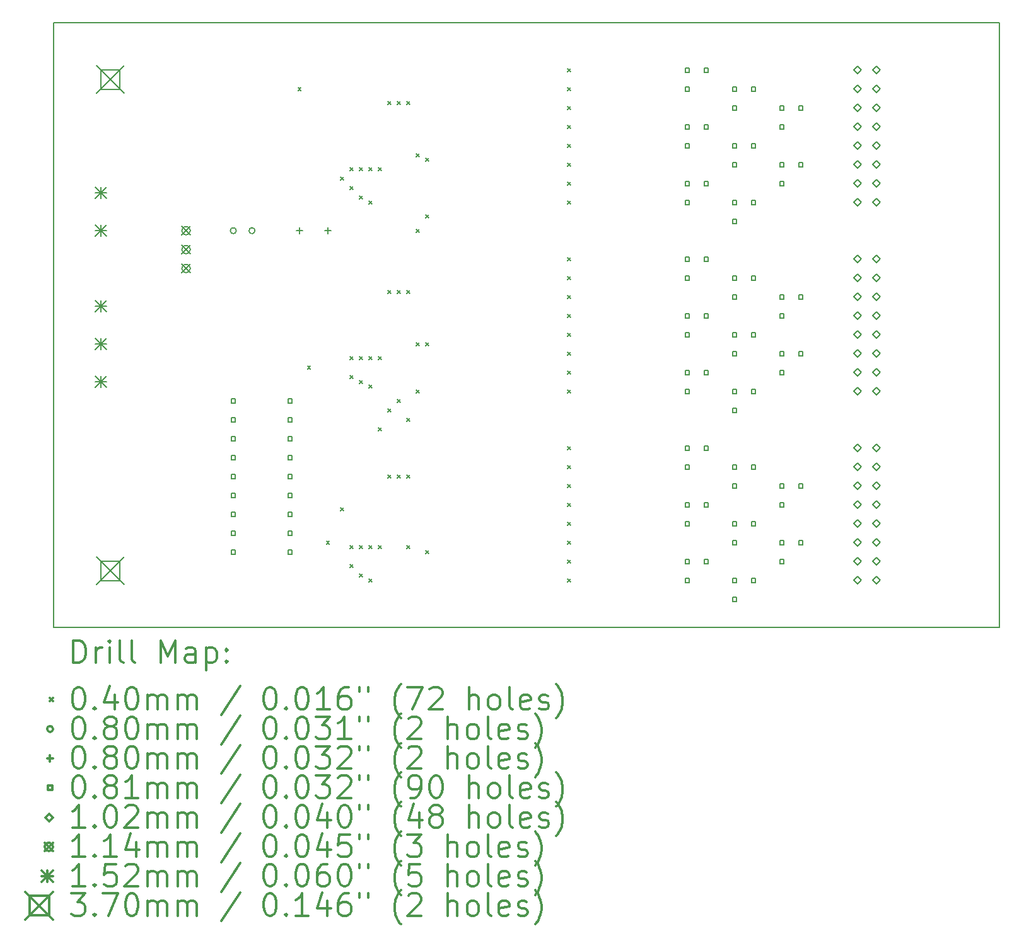
<source format=gbr>
%FSLAX45Y45*%
G04 Gerber Fmt 4.5, Leading zero omitted, Abs format (unit mm)*
G04 Created by KiCad (PCBNEW (2015-04-03 BZR 5572)-product) date Tuesday, April 07, 2015 'PMt' 09:03:22 PM*
%MOMM*%
G01*
G04 APERTURE LIST*
%ADD10C,0.127000*%
%ADD11C,0.150000*%
%ADD12C,0.200000*%
%ADD13C,0.300000*%
G04 APERTURE END LIST*
D10*
D11*
X22225000Y-12446000D02*
X9525000Y-12446000D01*
X22225000Y-4318000D02*
X22225000Y-12446000D01*
X9525000Y-4318000D02*
X22225000Y-4318000D01*
X9525000Y-12446000D02*
X9525000Y-4318000D01*
D12*
X12807000Y-5187000D02*
X12847000Y-5227000D01*
X12847000Y-5187000D02*
X12807000Y-5227000D01*
X12934000Y-8933500D02*
X12974000Y-8973500D01*
X12974000Y-8933500D02*
X12934000Y-8973500D01*
X13188000Y-11283000D02*
X13228000Y-11323000D01*
X13228000Y-11283000D02*
X13188000Y-11323000D01*
X13378500Y-6393500D02*
X13418500Y-6433500D01*
X13418500Y-6393500D02*
X13378500Y-6433500D01*
X13378500Y-10838500D02*
X13418500Y-10878500D01*
X13418500Y-10838500D02*
X13378500Y-10878500D01*
X13505500Y-6266500D02*
X13545500Y-6306500D01*
X13545500Y-6266500D02*
X13505500Y-6306500D01*
X13505500Y-6520500D02*
X13545500Y-6560500D01*
X13545500Y-6520500D02*
X13505500Y-6560500D01*
X13505500Y-8806500D02*
X13545500Y-8846500D01*
X13545500Y-8806500D02*
X13505500Y-8846500D01*
X13505500Y-9060500D02*
X13545500Y-9100500D01*
X13545500Y-9060500D02*
X13505500Y-9100500D01*
X13505500Y-11346500D02*
X13545500Y-11386500D01*
X13545500Y-11346500D02*
X13505500Y-11386500D01*
X13505500Y-11600500D02*
X13545500Y-11640500D01*
X13545500Y-11600500D02*
X13505500Y-11640500D01*
X13632500Y-6266500D02*
X13672500Y-6306500D01*
X13672500Y-6266500D02*
X13632500Y-6306500D01*
X13632500Y-6647500D02*
X13672500Y-6687500D01*
X13672500Y-6647500D02*
X13632500Y-6687500D01*
X13632500Y-8806500D02*
X13672500Y-8846500D01*
X13672500Y-8806500D02*
X13632500Y-8846500D01*
X13632500Y-9124000D02*
X13672500Y-9164000D01*
X13672500Y-9124000D02*
X13632500Y-9164000D01*
X13632500Y-11346500D02*
X13672500Y-11386500D01*
X13672500Y-11346500D02*
X13632500Y-11386500D01*
X13632500Y-11727500D02*
X13672500Y-11767500D01*
X13672500Y-11727500D02*
X13632500Y-11767500D01*
X13759500Y-6266500D02*
X13799500Y-6306500D01*
X13799500Y-6266500D02*
X13759500Y-6306500D01*
X13759500Y-6711000D02*
X13799500Y-6751000D01*
X13799500Y-6711000D02*
X13759500Y-6751000D01*
X13759500Y-8806500D02*
X13799500Y-8846500D01*
X13799500Y-8806500D02*
X13759500Y-8846500D01*
X13759500Y-9187500D02*
X13799500Y-9227500D01*
X13799500Y-9187500D02*
X13759500Y-9227500D01*
X13759500Y-11346500D02*
X13799500Y-11386500D01*
X13799500Y-11346500D02*
X13759500Y-11386500D01*
X13759500Y-11791000D02*
X13799500Y-11831000D01*
X13799500Y-11791000D02*
X13759500Y-11831000D01*
X13886500Y-6266500D02*
X13926500Y-6306500D01*
X13926500Y-6266500D02*
X13886500Y-6306500D01*
X13886500Y-8806500D02*
X13926500Y-8846500D01*
X13926500Y-8806500D02*
X13886500Y-8846500D01*
X13886500Y-9759000D02*
X13926500Y-9799000D01*
X13926500Y-9759000D02*
X13886500Y-9799000D01*
X13886500Y-11346500D02*
X13926500Y-11386500D01*
X13926500Y-11346500D02*
X13886500Y-11386500D01*
X14013500Y-5377500D02*
X14053500Y-5417500D01*
X14053500Y-5377500D02*
X14013500Y-5417500D01*
X14013500Y-7917500D02*
X14053500Y-7957500D01*
X14053500Y-7917500D02*
X14013500Y-7957500D01*
X14013500Y-9505000D02*
X14053500Y-9545000D01*
X14053500Y-9505000D02*
X14013500Y-9545000D01*
X14013500Y-10394000D02*
X14053500Y-10434000D01*
X14053500Y-10394000D02*
X14013500Y-10434000D01*
X14140500Y-5377500D02*
X14180500Y-5417500D01*
X14180500Y-5377500D02*
X14140500Y-5417500D01*
X14140500Y-7917500D02*
X14180500Y-7957500D01*
X14180500Y-7917500D02*
X14140500Y-7957500D01*
X14140500Y-9378000D02*
X14180500Y-9418000D01*
X14180500Y-9378000D02*
X14140500Y-9418000D01*
X14140500Y-10394000D02*
X14180500Y-10434000D01*
X14180500Y-10394000D02*
X14140500Y-10434000D01*
X14267500Y-5377500D02*
X14307500Y-5417500D01*
X14307500Y-5377500D02*
X14267500Y-5417500D01*
X14267500Y-7917500D02*
X14307500Y-7957500D01*
X14307500Y-7917500D02*
X14267500Y-7957500D01*
X14267500Y-9632000D02*
X14307500Y-9672000D01*
X14307500Y-9632000D02*
X14267500Y-9672000D01*
X14267500Y-10394000D02*
X14307500Y-10434000D01*
X14307500Y-10394000D02*
X14267500Y-10434000D01*
X14267500Y-11346500D02*
X14307500Y-11386500D01*
X14307500Y-11346500D02*
X14267500Y-11386500D01*
X14394500Y-6076000D02*
X14434500Y-6116000D01*
X14434500Y-6076000D02*
X14394500Y-6116000D01*
X14394500Y-7092000D02*
X14434500Y-7132000D01*
X14434500Y-7092000D02*
X14394500Y-7132000D01*
X14394500Y-8616000D02*
X14434500Y-8656000D01*
X14434500Y-8616000D02*
X14394500Y-8656000D01*
X14394500Y-9251000D02*
X14434500Y-9291000D01*
X14434500Y-9251000D02*
X14394500Y-9291000D01*
X14521500Y-6139500D02*
X14561500Y-6179500D01*
X14561500Y-6139500D02*
X14521500Y-6179500D01*
X14521500Y-6901500D02*
X14561500Y-6941500D01*
X14561500Y-6901500D02*
X14521500Y-6941500D01*
X14521500Y-8616000D02*
X14561500Y-8656000D01*
X14561500Y-8616000D02*
X14521500Y-8656000D01*
X14521500Y-11410000D02*
X14561500Y-11450000D01*
X14561500Y-11410000D02*
X14521500Y-11450000D01*
X16426500Y-4933000D02*
X16466500Y-4973000D01*
X16466500Y-4933000D02*
X16426500Y-4973000D01*
X16426500Y-5187000D02*
X16466500Y-5227000D01*
X16466500Y-5187000D02*
X16426500Y-5227000D01*
X16426500Y-5441000D02*
X16466500Y-5481000D01*
X16466500Y-5441000D02*
X16426500Y-5481000D01*
X16426500Y-5695000D02*
X16466500Y-5735000D01*
X16466500Y-5695000D02*
X16426500Y-5735000D01*
X16426500Y-5949000D02*
X16466500Y-5989000D01*
X16466500Y-5949000D02*
X16426500Y-5989000D01*
X16426500Y-6203000D02*
X16466500Y-6243000D01*
X16466500Y-6203000D02*
X16426500Y-6243000D01*
X16426500Y-6457000D02*
X16466500Y-6497000D01*
X16466500Y-6457000D02*
X16426500Y-6497000D01*
X16426500Y-6711000D02*
X16466500Y-6751000D01*
X16466500Y-6711000D02*
X16426500Y-6751000D01*
X16426500Y-7473000D02*
X16466500Y-7513000D01*
X16466500Y-7473000D02*
X16426500Y-7513000D01*
X16426500Y-7727000D02*
X16466500Y-7767000D01*
X16466500Y-7727000D02*
X16426500Y-7767000D01*
X16426500Y-7981000D02*
X16466500Y-8021000D01*
X16466500Y-7981000D02*
X16426500Y-8021000D01*
X16426500Y-8235000D02*
X16466500Y-8275000D01*
X16466500Y-8235000D02*
X16426500Y-8275000D01*
X16426500Y-8489000D02*
X16466500Y-8529000D01*
X16466500Y-8489000D02*
X16426500Y-8529000D01*
X16426500Y-8743000D02*
X16466500Y-8783000D01*
X16466500Y-8743000D02*
X16426500Y-8783000D01*
X16426500Y-8997000D02*
X16466500Y-9037000D01*
X16466500Y-8997000D02*
X16426500Y-9037000D01*
X16426500Y-9251000D02*
X16466500Y-9291000D01*
X16466500Y-9251000D02*
X16426500Y-9291000D01*
X16426500Y-10013000D02*
X16466500Y-10053000D01*
X16466500Y-10013000D02*
X16426500Y-10053000D01*
X16426500Y-10267000D02*
X16466500Y-10307000D01*
X16466500Y-10267000D02*
X16426500Y-10307000D01*
X16426500Y-10521000D02*
X16466500Y-10561000D01*
X16466500Y-10521000D02*
X16426500Y-10561000D01*
X16426500Y-10775000D02*
X16466500Y-10815000D01*
X16466500Y-10775000D02*
X16426500Y-10815000D01*
X16426500Y-11029000D02*
X16466500Y-11069000D01*
X16466500Y-11029000D02*
X16426500Y-11069000D01*
X16426500Y-11283000D02*
X16466500Y-11323000D01*
X16466500Y-11283000D02*
X16426500Y-11323000D01*
X16426500Y-11537000D02*
X16466500Y-11577000D01*
X16466500Y-11537000D02*
X16426500Y-11577000D01*
X16426500Y-11791000D02*
X16466500Y-11831000D01*
X16466500Y-11791000D02*
X16426500Y-11831000D01*
X11978000Y-7112000D02*
G75*
G03X11978000Y-7112000I-40000J0D01*
G01*
X12228000Y-7112000D02*
G75*
G03X12228000Y-7112000I-40000J0D01*
G01*
X12827000Y-7071995D02*
X12827000Y-7152005D01*
X12786995Y-7112000D02*
X12867005Y-7112000D01*
X13208000Y-7071995D02*
X13208000Y-7152005D01*
X13167995Y-7112000D02*
X13248005Y-7112000D01*
X11966737Y-9426737D02*
X11966737Y-9369263D01*
X11909263Y-9369263D01*
X11909263Y-9426737D01*
X11966737Y-9426737D01*
X11966737Y-9680737D02*
X11966737Y-9623263D01*
X11909263Y-9623263D01*
X11909263Y-9680737D01*
X11966737Y-9680737D01*
X11966737Y-9934737D02*
X11966737Y-9877263D01*
X11909263Y-9877263D01*
X11909263Y-9934737D01*
X11966737Y-9934737D01*
X11966737Y-10188737D02*
X11966737Y-10131263D01*
X11909263Y-10131263D01*
X11909263Y-10188737D01*
X11966737Y-10188737D01*
X11966737Y-10442737D02*
X11966737Y-10385263D01*
X11909263Y-10385263D01*
X11909263Y-10442737D01*
X11966737Y-10442737D01*
X11966737Y-10696737D02*
X11966737Y-10639263D01*
X11909263Y-10639263D01*
X11909263Y-10696737D01*
X11966737Y-10696737D01*
X11966737Y-10950737D02*
X11966737Y-10893263D01*
X11909263Y-10893263D01*
X11909263Y-10950737D01*
X11966737Y-10950737D01*
X11966737Y-11204737D02*
X11966737Y-11147263D01*
X11909263Y-11147263D01*
X11909263Y-11204737D01*
X11966737Y-11204737D01*
X11966737Y-11458737D02*
X11966737Y-11401263D01*
X11909263Y-11401263D01*
X11909263Y-11458737D01*
X11966737Y-11458737D01*
X12728737Y-9426737D02*
X12728737Y-9369263D01*
X12671263Y-9369263D01*
X12671263Y-9426737D01*
X12728737Y-9426737D01*
X12728737Y-9680737D02*
X12728737Y-9623263D01*
X12671263Y-9623263D01*
X12671263Y-9680737D01*
X12728737Y-9680737D01*
X12728737Y-9934737D02*
X12728737Y-9877263D01*
X12671263Y-9877263D01*
X12671263Y-9934737D01*
X12728737Y-9934737D01*
X12728737Y-10188737D02*
X12728737Y-10131263D01*
X12671263Y-10131263D01*
X12671263Y-10188737D01*
X12728737Y-10188737D01*
X12728737Y-10442737D02*
X12728737Y-10385263D01*
X12671263Y-10385263D01*
X12671263Y-10442737D01*
X12728737Y-10442737D01*
X12728737Y-10696737D02*
X12728737Y-10639263D01*
X12671263Y-10639263D01*
X12671263Y-10696737D01*
X12728737Y-10696737D01*
X12728737Y-10950737D02*
X12728737Y-10893263D01*
X12671263Y-10893263D01*
X12671263Y-10950737D01*
X12728737Y-10950737D01*
X12728737Y-11204737D02*
X12728737Y-11147263D01*
X12671263Y-11147263D01*
X12671263Y-11204737D01*
X12728737Y-11204737D01*
X12728737Y-11458737D02*
X12728737Y-11401263D01*
X12671263Y-11401263D01*
X12671263Y-11458737D01*
X12728737Y-11458737D01*
X18062737Y-4981737D02*
X18062737Y-4924263D01*
X18005263Y-4924263D01*
X18005263Y-4981737D01*
X18062737Y-4981737D01*
X18062737Y-5235737D02*
X18062737Y-5178263D01*
X18005263Y-5178263D01*
X18005263Y-5235737D01*
X18062737Y-5235737D01*
X18062737Y-5743737D02*
X18062737Y-5686263D01*
X18005263Y-5686263D01*
X18005263Y-5743737D01*
X18062737Y-5743737D01*
X18062737Y-5997737D02*
X18062737Y-5940263D01*
X18005263Y-5940263D01*
X18005263Y-5997737D01*
X18062737Y-5997737D01*
X18062737Y-6505737D02*
X18062737Y-6448263D01*
X18005263Y-6448263D01*
X18005263Y-6505737D01*
X18062737Y-6505737D01*
X18062737Y-6759737D02*
X18062737Y-6702263D01*
X18005263Y-6702263D01*
X18005263Y-6759737D01*
X18062737Y-6759737D01*
X18062737Y-7521737D02*
X18062737Y-7464263D01*
X18005263Y-7464263D01*
X18005263Y-7521737D01*
X18062737Y-7521737D01*
X18062737Y-7775737D02*
X18062737Y-7718263D01*
X18005263Y-7718263D01*
X18005263Y-7775737D01*
X18062737Y-7775737D01*
X18062737Y-8283737D02*
X18062737Y-8226263D01*
X18005263Y-8226263D01*
X18005263Y-8283737D01*
X18062737Y-8283737D01*
X18062737Y-8537737D02*
X18062737Y-8480263D01*
X18005263Y-8480263D01*
X18005263Y-8537737D01*
X18062737Y-8537737D01*
X18062737Y-9045737D02*
X18062737Y-8988263D01*
X18005263Y-8988263D01*
X18005263Y-9045737D01*
X18062737Y-9045737D01*
X18062737Y-9299737D02*
X18062737Y-9242263D01*
X18005263Y-9242263D01*
X18005263Y-9299737D01*
X18062737Y-9299737D01*
X18062737Y-10061737D02*
X18062737Y-10004263D01*
X18005263Y-10004263D01*
X18005263Y-10061737D01*
X18062737Y-10061737D01*
X18062737Y-10315737D02*
X18062737Y-10258263D01*
X18005263Y-10258263D01*
X18005263Y-10315737D01*
X18062737Y-10315737D01*
X18062737Y-10823737D02*
X18062737Y-10766263D01*
X18005263Y-10766263D01*
X18005263Y-10823737D01*
X18062737Y-10823737D01*
X18062737Y-11077737D02*
X18062737Y-11020263D01*
X18005263Y-11020263D01*
X18005263Y-11077737D01*
X18062737Y-11077737D01*
X18062737Y-11585737D02*
X18062737Y-11528263D01*
X18005263Y-11528263D01*
X18005263Y-11585737D01*
X18062737Y-11585737D01*
X18062737Y-11839737D02*
X18062737Y-11782263D01*
X18005263Y-11782263D01*
X18005263Y-11839737D01*
X18062737Y-11839737D01*
X18316737Y-4981737D02*
X18316737Y-4924263D01*
X18259263Y-4924263D01*
X18259263Y-4981737D01*
X18316737Y-4981737D01*
X18316737Y-5743737D02*
X18316737Y-5686263D01*
X18259263Y-5686263D01*
X18259263Y-5743737D01*
X18316737Y-5743737D01*
X18316737Y-6505737D02*
X18316737Y-6448263D01*
X18259263Y-6448263D01*
X18259263Y-6505737D01*
X18316737Y-6505737D01*
X18316737Y-7521737D02*
X18316737Y-7464263D01*
X18259263Y-7464263D01*
X18259263Y-7521737D01*
X18316737Y-7521737D01*
X18316737Y-8283737D02*
X18316737Y-8226263D01*
X18259263Y-8226263D01*
X18259263Y-8283737D01*
X18316737Y-8283737D01*
X18316737Y-9045737D02*
X18316737Y-8988263D01*
X18259263Y-8988263D01*
X18259263Y-9045737D01*
X18316737Y-9045737D01*
X18316737Y-10061737D02*
X18316737Y-10004263D01*
X18259263Y-10004263D01*
X18259263Y-10061737D01*
X18316737Y-10061737D01*
X18316737Y-10823737D02*
X18316737Y-10766263D01*
X18259263Y-10766263D01*
X18259263Y-10823737D01*
X18316737Y-10823737D01*
X18316737Y-11585737D02*
X18316737Y-11528263D01*
X18259263Y-11528263D01*
X18259263Y-11585737D01*
X18316737Y-11585737D01*
X18697737Y-5235737D02*
X18697737Y-5178263D01*
X18640263Y-5178263D01*
X18640263Y-5235737D01*
X18697737Y-5235737D01*
X18697737Y-5489737D02*
X18697737Y-5432263D01*
X18640263Y-5432263D01*
X18640263Y-5489737D01*
X18697737Y-5489737D01*
X18697737Y-5997737D02*
X18697737Y-5940263D01*
X18640263Y-5940263D01*
X18640263Y-5997737D01*
X18697737Y-5997737D01*
X18697737Y-6251737D02*
X18697737Y-6194263D01*
X18640263Y-6194263D01*
X18640263Y-6251737D01*
X18697737Y-6251737D01*
X18697737Y-6759737D02*
X18697737Y-6702263D01*
X18640263Y-6702263D01*
X18640263Y-6759737D01*
X18697737Y-6759737D01*
X18697737Y-7013737D02*
X18697737Y-6956263D01*
X18640263Y-6956263D01*
X18640263Y-7013737D01*
X18697737Y-7013737D01*
X18697737Y-7775737D02*
X18697737Y-7718263D01*
X18640263Y-7718263D01*
X18640263Y-7775737D01*
X18697737Y-7775737D01*
X18697737Y-8029737D02*
X18697737Y-7972263D01*
X18640263Y-7972263D01*
X18640263Y-8029737D01*
X18697737Y-8029737D01*
X18697737Y-8537737D02*
X18697737Y-8480263D01*
X18640263Y-8480263D01*
X18640263Y-8537737D01*
X18697737Y-8537737D01*
X18697737Y-8791737D02*
X18697737Y-8734263D01*
X18640263Y-8734263D01*
X18640263Y-8791737D01*
X18697737Y-8791737D01*
X18697737Y-9299737D02*
X18697737Y-9242263D01*
X18640263Y-9242263D01*
X18640263Y-9299737D01*
X18697737Y-9299737D01*
X18697737Y-9553737D02*
X18697737Y-9496263D01*
X18640263Y-9496263D01*
X18640263Y-9553737D01*
X18697737Y-9553737D01*
X18697737Y-10315737D02*
X18697737Y-10258263D01*
X18640263Y-10258263D01*
X18640263Y-10315737D01*
X18697737Y-10315737D01*
X18697737Y-10569737D02*
X18697737Y-10512263D01*
X18640263Y-10512263D01*
X18640263Y-10569737D01*
X18697737Y-10569737D01*
X18697737Y-11077737D02*
X18697737Y-11020263D01*
X18640263Y-11020263D01*
X18640263Y-11077737D01*
X18697737Y-11077737D01*
X18697737Y-11331737D02*
X18697737Y-11274263D01*
X18640263Y-11274263D01*
X18640263Y-11331737D01*
X18697737Y-11331737D01*
X18697737Y-11839737D02*
X18697737Y-11782263D01*
X18640263Y-11782263D01*
X18640263Y-11839737D01*
X18697737Y-11839737D01*
X18697737Y-12093737D02*
X18697737Y-12036263D01*
X18640263Y-12036263D01*
X18640263Y-12093737D01*
X18697737Y-12093737D01*
X18951737Y-5235737D02*
X18951737Y-5178263D01*
X18894263Y-5178263D01*
X18894263Y-5235737D01*
X18951737Y-5235737D01*
X18951737Y-5997737D02*
X18951737Y-5940263D01*
X18894263Y-5940263D01*
X18894263Y-5997737D01*
X18951737Y-5997737D01*
X18951737Y-6759737D02*
X18951737Y-6702263D01*
X18894263Y-6702263D01*
X18894263Y-6759737D01*
X18951737Y-6759737D01*
X18951737Y-7775737D02*
X18951737Y-7718263D01*
X18894263Y-7718263D01*
X18894263Y-7775737D01*
X18951737Y-7775737D01*
X18951737Y-8537737D02*
X18951737Y-8480263D01*
X18894263Y-8480263D01*
X18894263Y-8537737D01*
X18951737Y-8537737D01*
X18951737Y-9299737D02*
X18951737Y-9242263D01*
X18894263Y-9242263D01*
X18894263Y-9299737D01*
X18951737Y-9299737D01*
X18951737Y-10315737D02*
X18951737Y-10258263D01*
X18894263Y-10258263D01*
X18894263Y-10315737D01*
X18951737Y-10315737D01*
X18951737Y-11077737D02*
X18951737Y-11020263D01*
X18894263Y-11020263D01*
X18894263Y-11077737D01*
X18951737Y-11077737D01*
X18951737Y-11839737D02*
X18951737Y-11782263D01*
X18894263Y-11782263D01*
X18894263Y-11839737D01*
X18951737Y-11839737D01*
X19332737Y-5489737D02*
X19332737Y-5432263D01*
X19275263Y-5432263D01*
X19275263Y-5489737D01*
X19332737Y-5489737D01*
X19332737Y-5743737D02*
X19332737Y-5686263D01*
X19275263Y-5686263D01*
X19275263Y-5743737D01*
X19332737Y-5743737D01*
X19332737Y-6251737D02*
X19332737Y-6194263D01*
X19275263Y-6194263D01*
X19275263Y-6251737D01*
X19332737Y-6251737D01*
X19332737Y-6505737D02*
X19332737Y-6448263D01*
X19275263Y-6448263D01*
X19275263Y-6505737D01*
X19332737Y-6505737D01*
X19332737Y-8029737D02*
X19332737Y-7972263D01*
X19275263Y-7972263D01*
X19275263Y-8029737D01*
X19332737Y-8029737D01*
X19332737Y-8283737D02*
X19332737Y-8226263D01*
X19275263Y-8226263D01*
X19275263Y-8283737D01*
X19332737Y-8283737D01*
X19332737Y-8791737D02*
X19332737Y-8734263D01*
X19275263Y-8734263D01*
X19275263Y-8791737D01*
X19332737Y-8791737D01*
X19332737Y-9045737D02*
X19332737Y-8988263D01*
X19275263Y-8988263D01*
X19275263Y-9045737D01*
X19332737Y-9045737D01*
X19332737Y-10569737D02*
X19332737Y-10512263D01*
X19275263Y-10512263D01*
X19275263Y-10569737D01*
X19332737Y-10569737D01*
X19332737Y-10823737D02*
X19332737Y-10766263D01*
X19275263Y-10766263D01*
X19275263Y-10823737D01*
X19332737Y-10823737D01*
X19332737Y-11331737D02*
X19332737Y-11274263D01*
X19275263Y-11274263D01*
X19275263Y-11331737D01*
X19332737Y-11331737D01*
X19332737Y-11585737D02*
X19332737Y-11528263D01*
X19275263Y-11528263D01*
X19275263Y-11585737D01*
X19332737Y-11585737D01*
X19586737Y-5489737D02*
X19586737Y-5432263D01*
X19529263Y-5432263D01*
X19529263Y-5489737D01*
X19586737Y-5489737D01*
X19586737Y-6251737D02*
X19586737Y-6194263D01*
X19529263Y-6194263D01*
X19529263Y-6251737D01*
X19586737Y-6251737D01*
X19586737Y-8029737D02*
X19586737Y-7972263D01*
X19529263Y-7972263D01*
X19529263Y-8029737D01*
X19586737Y-8029737D01*
X19586737Y-8791737D02*
X19586737Y-8734263D01*
X19529263Y-8734263D01*
X19529263Y-8791737D01*
X19586737Y-8791737D01*
X19586737Y-10569737D02*
X19586737Y-10512263D01*
X19529263Y-10512263D01*
X19529263Y-10569737D01*
X19586737Y-10569737D01*
X19586737Y-11331737D02*
X19586737Y-11274263D01*
X19529263Y-11274263D01*
X19529263Y-11331737D01*
X19586737Y-11331737D01*
X20320000Y-5003800D02*
X20370800Y-4953000D01*
X20320000Y-4902200D01*
X20269200Y-4953000D01*
X20320000Y-5003800D01*
X20320000Y-5257800D02*
X20370800Y-5207000D01*
X20320000Y-5156200D01*
X20269200Y-5207000D01*
X20320000Y-5257800D01*
X20320000Y-5511800D02*
X20370800Y-5461000D01*
X20320000Y-5410200D01*
X20269200Y-5461000D01*
X20320000Y-5511800D01*
X20320000Y-5765800D02*
X20370800Y-5715000D01*
X20320000Y-5664200D01*
X20269200Y-5715000D01*
X20320000Y-5765800D01*
X20320000Y-6019800D02*
X20370800Y-5969000D01*
X20320000Y-5918200D01*
X20269200Y-5969000D01*
X20320000Y-6019800D01*
X20320000Y-6273800D02*
X20370800Y-6223000D01*
X20320000Y-6172200D01*
X20269200Y-6223000D01*
X20320000Y-6273800D01*
X20320000Y-6527800D02*
X20370800Y-6477000D01*
X20320000Y-6426200D01*
X20269200Y-6477000D01*
X20320000Y-6527800D01*
X20320000Y-6781800D02*
X20370800Y-6731000D01*
X20320000Y-6680200D01*
X20269200Y-6731000D01*
X20320000Y-6781800D01*
X20320000Y-7543800D02*
X20370800Y-7493000D01*
X20320000Y-7442200D01*
X20269200Y-7493000D01*
X20320000Y-7543800D01*
X20320000Y-7797800D02*
X20370800Y-7747000D01*
X20320000Y-7696200D01*
X20269200Y-7747000D01*
X20320000Y-7797800D01*
X20320000Y-8051800D02*
X20370800Y-8001000D01*
X20320000Y-7950200D01*
X20269200Y-8001000D01*
X20320000Y-8051800D01*
X20320000Y-8305800D02*
X20370800Y-8255000D01*
X20320000Y-8204200D01*
X20269200Y-8255000D01*
X20320000Y-8305800D01*
X20320000Y-8559800D02*
X20370800Y-8509000D01*
X20320000Y-8458200D01*
X20269200Y-8509000D01*
X20320000Y-8559800D01*
X20320000Y-8813800D02*
X20370800Y-8763000D01*
X20320000Y-8712200D01*
X20269200Y-8763000D01*
X20320000Y-8813800D01*
X20320000Y-9067800D02*
X20370800Y-9017000D01*
X20320000Y-8966200D01*
X20269200Y-9017000D01*
X20320000Y-9067800D01*
X20320000Y-9321800D02*
X20370800Y-9271000D01*
X20320000Y-9220200D01*
X20269200Y-9271000D01*
X20320000Y-9321800D01*
X20320000Y-10083800D02*
X20370800Y-10033000D01*
X20320000Y-9982200D01*
X20269200Y-10033000D01*
X20320000Y-10083800D01*
X20320000Y-10337800D02*
X20370800Y-10287000D01*
X20320000Y-10236200D01*
X20269200Y-10287000D01*
X20320000Y-10337800D01*
X20320000Y-10591800D02*
X20370800Y-10541000D01*
X20320000Y-10490200D01*
X20269200Y-10541000D01*
X20320000Y-10591800D01*
X20320000Y-10845800D02*
X20370800Y-10795000D01*
X20320000Y-10744200D01*
X20269200Y-10795000D01*
X20320000Y-10845800D01*
X20320000Y-11099800D02*
X20370800Y-11049000D01*
X20320000Y-10998200D01*
X20269200Y-11049000D01*
X20320000Y-11099800D01*
X20320000Y-11353800D02*
X20370800Y-11303000D01*
X20320000Y-11252200D01*
X20269200Y-11303000D01*
X20320000Y-11353800D01*
X20320000Y-11607800D02*
X20370800Y-11557000D01*
X20320000Y-11506200D01*
X20269200Y-11557000D01*
X20320000Y-11607800D01*
X20320000Y-11861800D02*
X20370800Y-11811000D01*
X20320000Y-11760200D01*
X20269200Y-11811000D01*
X20320000Y-11861800D01*
X20574000Y-5003800D02*
X20624800Y-4953000D01*
X20574000Y-4902200D01*
X20523200Y-4953000D01*
X20574000Y-5003800D01*
X20574000Y-5257800D02*
X20624800Y-5207000D01*
X20574000Y-5156200D01*
X20523200Y-5207000D01*
X20574000Y-5257800D01*
X20574000Y-5511800D02*
X20624800Y-5461000D01*
X20574000Y-5410200D01*
X20523200Y-5461000D01*
X20574000Y-5511800D01*
X20574000Y-5765800D02*
X20624800Y-5715000D01*
X20574000Y-5664200D01*
X20523200Y-5715000D01*
X20574000Y-5765800D01*
X20574000Y-6019800D02*
X20624800Y-5969000D01*
X20574000Y-5918200D01*
X20523200Y-5969000D01*
X20574000Y-6019800D01*
X20574000Y-6273800D02*
X20624800Y-6223000D01*
X20574000Y-6172200D01*
X20523200Y-6223000D01*
X20574000Y-6273800D01*
X20574000Y-6527800D02*
X20624800Y-6477000D01*
X20574000Y-6426200D01*
X20523200Y-6477000D01*
X20574000Y-6527800D01*
X20574000Y-6781800D02*
X20624800Y-6731000D01*
X20574000Y-6680200D01*
X20523200Y-6731000D01*
X20574000Y-6781800D01*
X20574000Y-7543800D02*
X20624800Y-7493000D01*
X20574000Y-7442200D01*
X20523200Y-7493000D01*
X20574000Y-7543800D01*
X20574000Y-7797800D02*
X20624800Y-7747000D01*
X20574000Y-7696200D01*
X20523200Y-7747000D01*
X20574000Y-7797800D01*
X20574000Y-8051800D02*
X20624800Y-8001000D01*
X20574000Y-7950200D01*
X20523200Y-8001000D01*
X20574000Y-8051800D01*
X20574000Y-8305800D02*
X20624800Y-8255000D01*
X20574000Y-8204200D01*
X20523200Y-8255000D01*
X20574000Y-8305800D01*
X20574000Y-8559800D02*
X20624800Y-8509000D01*
X20574000Y-8458200D01*
X20523200Y-8509000D01*
X20574000Y-8559800D01*
X20574000Y-8813800D02*
X20624800Y-8763000D01*
X20574000Y-8712200D01*
X20523200Y-8763000D01*
X20574000Y-8813800D01*
X20574000Y-9067800D02*
X20624800Y-9017000D01*
X20574000Y-8966200D01*
X20523200Y-9017000D01*
X20574000Y-9067800D01*
X20574000Y-9321800D02*
X20624800Y-9271000D01*
X20574000Y-9220200D01*
X20523200Y-9271000D01*
X20574000Y-9321800D01*
X20574000Y-10083800D02*
X20624800Y-10033000D01*
X20574000Y-9982200D01*
X20523200Y-10033000D01*
X20574000Y-10083800D01*
X20574000Y-10337800D02*
X20624800Y-10287000D01*
X20574000Y-10236200D01*
X20523200Y-10287000D01*
X20574000Y-10337800D01*
X20574000Y-10591800D02*
X20624800Y-10541000D01*
X20574000Y-10490200D01*
X20523200Y-10541000D01*
X20574000Y-10591800D01*
X20574000Y-10845800D02*
X20624800Y-10795000D01*
X20574000Y-10744200D01*
X20523200Y-10795000D01*
X20574000Y-10845800D01*
X20574000Y-11099800D02*
X20624800Y-11049000D01*
X20574000Y-10998200D01*
X20523200Y-11049000D01*
X20574000Y-11099800D01*
X20574000Y-11353800D02*
X20624800Y-11303000D01*
X20574000Y-11252200D01*
X20523200Y-11303000D01*
X20574000Y-11353800D01*
X20574000Y-11607800D02*
X20624800Y-11557000D01*
X20574000Y-11506200D01*
X20523200Y-11557000D01*
X20574000Y-11607800D01*
X20574000Y-11861800D02*
X20624800Y-11811000D01*
X20574000Y-11760200D01*
X20523200Y-11811000D01*
X20574000Y-11861800D01*
X11245850Y-7054850D02*
X11360150Y-7169150D01*
X11360150Y-7054850D02*
X11245850Y-7169150D01*
X11360150Y-7112000D02*
G75*
G03X11360150Y-7112000I-57150J0D01*
G01*
X11245850Y-7308850D02*
X11360150Y-7423150D01*
X11360150Y-7308850D02*
X11245850Y-7423150D01*
X11360150Y-7366000D02*
G75*
G03X11360150Y-7366000I-57150J0D01*
G01*
X11245850Y-7562850D02*
X11360150Y-7677150D01*
X11360150Y-7562850D02*
X11245850Y-7677150D01*
X11360150Y-7620000D02*
G75*
G03X11360150Y-7620000I-57150J0D01*
G01*
X10083800Y-6527800D02*
X10236200Y-6680200D01*
X10236200Y-6527800D02*
X10083800Y-6680200D01*
X10160000Y-6527800D02*
X10160000Y-6680200D01*
X10083800Y-6604000D02*
X10236200Y-6604000D01*
X10083800Y-7035800D02*
X10236200Y-7188200D01*
X10236200Y-7035800D02*
X10083800Y-7188200D01*
X10160000Y-7035800D02*
X10160000Y-7188200D01*
X10083800Y-7112000D02*
X10236200Y-7112000D01*
X10083800Y-8051800D02*
X10236200Y-8204200D01*
X10236200Y-8051800D02*
X10083800Y-8204200D01*
X10160000Y-8051800D02*
X10160000Y-8204200D01*
X10083800Y-8128000D02*
X10236200Y-8128000D01*
X10083800Y-8559800D02*
X10236200Y-8712200D01*
X10236200Y-8559800D02*
X10083800Y-8712200D01*
X10160000Y-8559800D02*
X10160000Y-8712200D01*
X10083800Y-8636000D02*
X10236200Y-8636000D01*
X10083800Y-9067800D02*
X10236200Y-9220200D01*
X10236200Y-9067800D02*
X10083800Y-9220200D01*
X10160000Y-9067800D02*
X10160000Y-9220200D01*
X10083800Y-9144000D02*
X10236200Y-9144000D01*
X10102000Y-4895000D02*
X10472000Y-5265000D01*
X10472000Y-4895000D02*
X10102000Y-5265000D01*
X10417816Y-5210816D02*
X10417816Y-4949184D01*
X10156184Y-4949184D01*
X10156184Y-5210816D01*
X10417816Y-5210816D01*
X10102000Y-11499000D02*
X10472000Y-11869000D01*
X10472000Y-11499000D02*
X10102000Y-11869000D01*
X10417816Y-11814816D02*
X10417816Y-11553184D01*
X10156184Y-11553184D01*
X10156184Y-11814816D01*
X10417816Y-11814816D01*
D13*
X9788929Y-12919214D02*
X9788929Y-12619214D01*
X9860357Y-12619214D01*
X9903214Y-12633500D01*
X9931786Y-12662071D01*
X9946071Y-12690643D01*
X9960357Y-12747786D01*
X9960357Y-12790643D01*
X9946071Y-12847786D01*
X9931786Y-12876357D01*
X9903214Y-12904929D01*
X9860357Y-12919214D01*
X9788929Y-12919214D01*
X10088929Y-12919214D02*
X10088929Y-12719214D01*
X10088929Y-12776357D02*
X10103214Y-12747786D01*
X10117500Y-12733500D01*
X10146071Y-12719214D01*
X10174643Y-12719214D01*
X10274643Y-12919214D02*
X10274643Y-12719214D01*
X10274643Y-12619214D02*
X10260357Y-12633500D01*
X10274643Y-12647786D01*
X10288929Y-12633500D01*
X10274643Y-12619214D01*
X10274643Y-12647786D01*
X10460357Y-12919214D02*
X10431786Y-12904929D01*
X10417500Y-12876357D01*
X10417500Y-12619214D01*
X10617500Y-12919214D02*
X10588929Y-12904929D01*
X10574643Y-12876357D01*
X10574643Y-12619214D01*
X10960357Y-12919214D02*
X10960357Y-12619214D01*
X11060357Y-12833500D01*
X11160357Y-12619214D01*
X11160357Y-12919214D01*
X11431786Y-12919214D02*
X11431786Y-12762071D01*
X11417500Y-12733500D01*
X11388928Y-12719214D01*
X11331786Y-12719214D01*
X11303214Y-12733500D01*
X11431786Y-12904929D02*
X11403214Y-12919214D01*
X11331786Y-12919214D01*
X11303214Y-12904929D01*
X11288928Y-12876357D01*
X11288928Y-12847786D01*
X11303214Y-12819214D01*
X11331786Y-12804929D01*
X11403214Y-12804929D01*
X11431786Y-12790643D01*
X11574643Y-12719214D02*
X11574643Y-13019214D01*
X11574643Y-12733500D02*
X11603214Y-12719214D01*
X11660357Y-12719214D01*
X11688928Y-12733500D01*
X11703214Y-12747786D01*
X11717500Y-12776357D01*
X11717500Y-12862071D01*
X11703214Y-12890643D01*
X11688928Y-12904929D01*
X11660357Y-12919214D01*
X11603214Y-12919214D01*
X11574643Y-12904929D01*
X11846071Y-12890643D02*
X11860357Y-12904929D01*
X11846071Y-12919214D01*
X11831786Y-12904929D01*
X11846071Y-12890643D01*
X11846071Y-12919214D01*
X11846071Y-12733500D02*
X11860357Y-12747786D01*
X11846071Y-12762071D01*
X11831786Y-12747786D01*
X11846071Y-12733500D01*
X11846071Y-12762071D01*
X9477500Y-13393500D02*
X9517500Y-13433500D01*
X9517500Y-13393500D02*
X9477500Y-13433500D01*
X9846071Y-13249214D02*
X9874643Y-13249214D01*
X9903214Y-13263500D01*
X9917500Y-13277786D01*
X9931786Y-13306357D01*
X9946071Y-13363500D01*
X9946071Y-13434929D01*
X9931786Y-13492071D01*
X9917500Y-13520643D01*
X9903214Y-13534929D01*
X9874643Y-13549214D01*
X9846071Y-13549214D01*
X9817500Y-13534929D01*
X9803214Y-13520643D01*
X9788929Y-13492071D01*
X9774643Y-13434929D01*
X9774643Y-13363500D01*
X9788929Y-13306357D01*
X9803214Y-13277786D01*
X9817500Y-13263500D01*
X9846071Y-13249214D01*
X10074643Y-13520643D02*
X10088929Y-13534929D01*
X10074643Y-13549214D01*
X10060357Y-13534929D01*
X10074643Y-13520643D01*
X10074643Y-13549214D01*
X10346071Y-13349214D02*
X10346071Y-13549214D01*
X10274643Y-13234929D02*
X10203214Y-13449214D01*
X10388928Y-13449214D01*
X10560357Y-13249214D02*
X10588929Y-13249214D01*
X10617500Y-13263500D01*
X10631786Y-13277786D01*
X10646071Y-13306357D01*
X10660357Y-13363500D01*
X10660357Y-13434929D01*
X10646071Y-13492071D01*
X10631786Y-13520643D01*
X10617500Y-13534929D01*
X10588929Y-13549214D01*
X10560357Y-13549214D01*
X10531786Y-13534929D01*
X10517500Y-13520643D01*
X10503214Y-13492071D01*
X10488929Y-13434929D01*
X10488929Y-13363500D01*
X10503214Y-13306357D01*
X10517500Y-13277786D01*
X10531786Y-13263500D01*
X10560357Y-13249214D01*
X10788929Y-13549214D02*
X10788929Y-13349214D01*
X10788929Y-13377786D02*
X10803214Y-13363500D01*
X10831786Y-13349214D01*
X10874643Y-13349214D01*
X10903214Y-13363500D01*
X10917500Y-13392071D01*
X10917500Y-13549214D01*
X10917500Y-13392071D02*
X10931786Y-13363500D01*
X10960357Y-13349214D01*
X11003214Y-13349214D01*
X11031786Y-13363500D01*
X11046071Y-13392071D01*
X11046071Y-13549214D01*
X11188928Y-13549214D02*
X11188928Y-13349214D01*
X11188928Y-13377786D02*
X11203214Y-13363500D01*
X11231786Y-13349214D01*
X11274643Y-13349214D01*
X11303214Y-13363500D01*
X11317500Y-13392071D01*
X11317500Y-13549214D01*
X11317500Y-13392071D02*
X11331786Y-13363500D01*
X11360357Y-13349214D01*
X11403214Y-13349214D01*
X11431786Y-13363500D01*
X11446071Y-13392071D01*
X11446071Y-13549214D01*
X12031786Y-13234929D02*
X11774643Y-13620643D01*
X12417500Y-13249214D02*
X12446071Y-13249214D01*
X12474643Y-13263500D01*
X12488928Y-13277786D01*
X12503214Y-13306357D01*
X12517500Y-13363500D01*
X12517500Y-13434929D01*
X12503214Y-13492071D01*
X12488928Y-13520643D01*
X12474643Y-13534929D01*
X12446071Y-13549214D01*
X12417500Y-13549214D01*
X12388928Y-13534929D01*
X12374643Y-13520643D01*
X12360357Y-13492071D01*
X12346071Y-13434929D01*
X12346071Y-13363500D01*
X12360357Y-13306357D01*
X12374643Y-13277786D01*
X12388928Y-13263500D01*
X12417500Y-13249214D01*
X12646071Y-13520643D02*
X12660357Y-13534929D01*
X12646071Y-13549214D01*
X12631786Y-13534929D01*
X12646071Y-13520643D01*
X12646071Y-13549214D01*
X12846071Y-13249214D02*
X12874643Y-13249214D01*
X12903214Y-13263500D01*
X12917500Y-13277786D01*
X12931785Y-13306357D01*
X12946071Y-13363500D01*
X12946071Y-13434929D01*
X12931785Y-13492071D01*
X12917500Y-13520643D01*
X12903214Y-13534929D01*
X12874643Y-13549214D01*
X12846071Y-13549214D01*
X12817500Y-13534929D01*
X12803214Y-13520643D01*
X12788928Y-13492071D01*
X12774643Y-13434929D01*
X12774643Y-13363500D01*
X12788928Y-13306357D01*
X12803214Y-13277786D01*
X12817500Y-13263500D01*
X12846071Y-13249214D01*
X13231785Y-13549214D02*
X13060357Y-13549214D01*
X13146071Y-13549214D02*
X13146071Y-13249214D01*
X13117500Y-13292071D01*
X13088928Y-13320643D01*
X13060357Y-13334929D01*
X13488928Y-13249214D02*
X13431785Y-13249214D01*
X13403214Y-13263500D01*
X13388928Y-13277786D01*
X13360357Y-13320643D01*
X13346071Y-13377786D01*
X13346071Y-13492071D01*
X13360357Y-13520643D01*
X13374643Y-13534929D01*
X13403214Y-13549214D01*
X13460357Y-13549214D01*
X13488928Y-13534929D01*
X13503214Y-13520643D01*
X13517500Y-13492071D01*
X13517500Y-13420643D01*
X13503214Y-13392071D01*
X13488928Y-13377786D01*
X13460357Y-13363500D01*
X13403214Y-13363500D01*
X13374643Y-13377786D01*
X13360357Y-13392071D01*
X13346071Y-13420643D01*
X13631786Y-13249214D02*
X13631786Y-13306357D01*
X13746071Y-13249214D02*
X13746071Y-13306357D01*
X14188928Y-13663500D02*
X14174643Y-13649214D01*
X14146071Y-13606357D01*
X14131785Y-13577786D01*
X14117500Y-13534929D01*
X14103214Y-13463500D01*
X14103214Y-13406357D01*
X14117500Y-13334929D01*
X14131785Y-13292071D01*
X14146071Y-13263500D01*
X14174643Y-13220643D01*
X14188928Y-13206357D01*
X14274643Y-13249214D02*
X14474643Y-13249214D01*
X14346071Y-13549214D01*
X14574643Y-13277786D02*
X14588928Y-13263500D01*
X14617500Y-13249214D01*
X14688928Y-13249214D01*
X14717500Y-13263500D01*
X14731785Y-13277786D01*
X14746071Y-13306357D01*
X14746071Y-13334929D01*
X14731785Y-13377786D01*
X14560357Y-13549214D01*
X14746071Y-13549214D01*
X15103214Y-13549214D02*
X15103214Y-13249214D01*
X15231785Y-13549214D02*
X15231785Y-13392071D01*
X15217500Y-13363500D01*
X15188928Y-13349214D01*
X15146071Y-13349214D01*
X15117500Y-13363500D01*
X15103214Y-13377786D01*
X15417500Y-13549214D02*
X15388928Y-13534929D01*
X15374643Y-13520643D01*
X15360357Y-13492071D01*
X15360357Y-13406357D01*
X15374643Y-13377786D01*
X15388928Y-13363500D01*
X15417500Y-13349214D01*
X15460357Y-13349214D01*
X15488928Y-13363500D01*
X15503214Y-13377786D01*
X15517500Y-13406357D01*
X15517500Y-13492071D01*
X15503214Y-13520643D01*
X15488928Y-13534929D01*
X15460357Y-13549214D01*
X15417500Y-13549214D01*
X15688928Y-13549214D02*
X15660357Y-13534929D01*
X15646071Y-13506357D01*
X15646071Y-13249214D01*
X15917500Y-13534929D02*
X15888928Y-13549214D01*
X15831786Y-13549214D01*
X15803214Y-13534929D01*
X15788928Y-13506357D01*
X15788928Y-13392071D01*
X15803214Y-13363500D01*
X15831786Y-13349214D01*
X15888928Y-13349214D01*
X15917500Y-13363500D01*
X15931786Y-13392071D01*
X15931786Y-13420643D01*
X15788928Y-13449214D01*
X16046071Y-13534929D02*
X16074643Y-13549214D01*
X16131786Y-13549214D01*
X16160357Y-13534929D01*
X16174643Y-13506357D01*
X16174643Y-13492071D01*
X16160357Y-13463500D01*
X16131786Y-13449214D01*
X16088928Y-13449214D01*
X16060357Y-13434929D01*
X16046071Y-13406357D01*
X16046071Y-13392071D01*
X16060357Y-13363500D01*
X16088928Y-13349214D01*
X16131786Y-13349214D01*
X16160357Y-13363500D01*
X16274643Y-13663500D02*
X16288928Y-13649214D01*
X16317500Y-13606357D01*
X16331786Y-13577786D01*
X16346071Y-13534929D01*
X16360357Y-13463500D01*
X16360357Y-13406357D01*
X16346071Y-13334929D01*
X16331786Y-13292071D01*
X16317500Y-13263500D01*
X16288928Y-13220643D01*
X16274643Y-13206357D01*
X9517500Y-13809500D02*
G75*
G03X9517500Y-13809500I-40000J0D01*
G01*
X9846071Y-13645214D02*
X9874643Y-13645214D01*
X9903214Y-13659500D01*
X9917500Y-13673786D01*
X9931786Y-13702357D01*
X9946071Y-13759500D01*
X9946071Y-13830929D01*
X9931786Y-13888071D01*
X9917500Y-13916643D01*
X9903214Y-13930929D01*
X9874643Y-13945214D01*
X9846071Y-13945214D01*
X9817500Y-13930929D01*
X9803214Y-13916643D01*
X9788929Y-13888071D01*
X9774643Y-13830929D01*
X9774643Y-13759500D01*
X9788929Y-13702357D01*
X9803214Y-13673786D01*
X9817500Y-13659500D01*
X9846071Y-13645214D01*
X10074643Y-13916643D02*
X10088929Y-13930929D01*
X10074643Y-13945214D01*
X10060357Y-13930929D01*
X10074643Y-13916643D01*
X10074643Y-13945214D01*
X10260357Y-13773786D02*
X10231786Y-13759500D01*
X10217500Y-13745214D01*
X10203214Y-13716643D01*
X10203214Y-13702357D01*
X10217500Y-13673786D01*
X10231786Y-13659500D01*
X10260357Y-13645214D01*
X10317500Y-13645214D01*
X10346071Y-13659500D01*
X10360357Y-13673786D01*
X10374643Y-13702357D01*
X10374643Y-13716643D01*
X10360357Y-13745214D01*
X10346071Y-13759500D01*
X10317500Y-13773786D01*
X10260357Y-13773786D01*
X10231786Y-13788071D01*
X10217500Y-13802357D01*
X10203214Y-13830929D01*
X10203214Y-13888071D01*
X10217500Y-13916643D01*
X10231786Y-13930929D01*
X10260357Y-13945214D01*
X10317500Y-13945214D01*
X10346071Y-13930929D01*
X10360357Y-13916643D01*
X10374643Y-13888071D01*
X10374643Y-13830929D01*
X10360357Y-13802357D01*
X10346071Y-13788071D01*
X10317500Y-13773786D01*
X10560357Y-13645214D02*
X10588929Y-13645214D01*
X10617500Y-13659500D01*
X10631786Y-13673786D01*
X10646071Y-13702357D01*
X10660357Y-13759500D01*
X10660357Y-13830929D01*
X10646071Y-13888071D01*
X10631786Y-13916643D01*
X10617500Y-13930929D01*
X10588929Y-13945214D01*
X10560357Y-13945214D01*
X10531786Y-13930929D01*
X10517500Y-13916643D01*
X10503214Y-13888071D01*
X10488929Y-13830929D01*
X10488929Y-13759500D01*
X10503214Y-13702357D01*
X10517500Y-13673786D01*
X10531786Y-13659500D01*
X10560357Y-13645214D01*
X10788929Y-13945214D02*
X10788929Y-13745214D01*
X10788929Y-13773786D02*
X10803214Y-13759500D01*
X10831786Y-13745214D01*
X10874643Y-13745214D01*
X10903214Y-13759500D01*
X10917500Y-13788071D01*
X10917500Y-13945214D01*
X10917500Y-13788071D02*
X10931786Y-13759500D01*
X10960357Y-13745214D01*
X11003214Y-13745214D01*
X11031786Y-13759500D01*
X11046071Y-13788071D01*
X11046071Y-13945214D01*
X11188928Y-13945214D02*
X11188928Y-13745214D01*
X11188928Y-13773786D02*
X11203214Y-13759500D01*
X11231786Y-13745214D01*
X11274643Y-13745214D01*
X11303214Y-13759500D01*
X11317500Y-13788071D01*
X11317500Y-13945214D01*
X11317500Y-13788071D02*
X11331786Y-13759500D01*
X11360357Y-13745214D01*
X11403214Y-13745214D01*
X11431786Y-13759500D01*
X11446071Y-13788071D01*
X11446071Y-13945214D01*
X12031786Y-13630929D02*
X11774643Y-14016643D01*
X12417500Y-13645214D02*
X12446071Y-13645214D01*
X12474643Y-13659500D01*
X12488928Y-13673786D01*
X12503214Y-13702357D01*
X12517500Y-13759500D01*
X12517500Y-13830929D01*
X12503214Y-13888071D01*
X12488928Y-13916643D01*
X12474643Y-13930929D01*
X12446071Y-13945214D01*
X12417500Y-13945214D01*
X12388928Y-13930929D01*
X12374643Y-13916643D01*
X12360357Y-13888071D01*
X12346071Y-13830929D01*
X12346071Y-13759500D01*
X12360357Y-13702357D01*
X12374643Y-13673786D01*
X12388928Y-13659500D01*
X12417500Y-13645214D01*
X12646071Y-13916643D02*
X12660357Y-13930929D01*
X12646071Y-13945214D01*
X12631786Y-13930929D01*
X12646071Y-13916643D01*
X12646071Y-13945214D01*
X12846071Y-13645214D02*
X12874643Y-13645214D01*
X12903214Y-13659500D01*
X12917500Y-13673786D01*
X12931785Y-13702357D01*
X12946071Y-13759500D01*
X12946071Y-13830929D01*
X12931785Y-13888071D01*
X12917500Y-13916643D01*
X12903214Y-13930929D01*
X12874643Y-13945214D01*
X12846071Y-13945214D01*
X12817500Y-13930929D01*
X12803214Y-13916643D01*
X12788928Y-13888071D01*
X12774643Y-13830929D01*
X12774643Y-13759500D01*
X12788928Y-13702357D01*
X12803214Y-13673786D01*
X12817500Y-13659500D01*
X12846071Y-13645214D01*
X13046071Y-13645214D02*
X13231785Y-13645214D01*
X13131785Y-13759500D01*
X13174643Y-13759500D01*
X13203214Y-13773786D01*
X13217500Y-13788071D01*
X13231785Y-13816643D01*
X13231785Y-13888071D01*
X13217500Y-13916643D01*
X13203214Y-13930929D01*
X13174643Y-13945214D01*
X13088928Y-13945214D01*
X13060357Y-13930929D01*
X13046071Y-13916643D01*
X13517500Y-13945214D02*
X13346071Y-13945214D01*
X13431785Y-13945214D02*
X13431785Y-13645214D01*
X13403214Y-13688071D01*
X13374643Y-13716643D01*
X13346071Y-13730929D01*
X13631786Y-13645214D02*
X13631786Y-13702357D01*
X13746071Y-13645214D02*
X13746071Y-13702357D01*
X14188928Y-14059500D02*
X14174643Y-14045214D01*
X14146071Y-14002357D01*
X14131785Y-13973786D01*
X14117500Y-13930929D01*
X14103214Y-13859500D01*
X14103214Y-13802357D01*
X14117500Y-13730929D01*
X14131785Y-13688071D01*
X14146071Y-13659500D01*
X14174643Y-13616643D01*
X14188928Y-13602357D01*
X14288928Y-13673786D02*
X14303214Y-13659500D01*
X14331785Y-13645214D01*
X14403214Y-13645214D01*
X14431785Y-13659500D01*
X14446071Y-13673786D01*
X14460357Y-13702357D01*
X14460357Y-13730929D01*
X14446071Y-13773786D01*
X14274643Y-13945214D01*
X14460357Y-13945214D01*
X14817500Y-13945214D02*
X14817500Y-13645214D01*
X14946071Y-13945214D02*
X14946071Y-13788071D01*
X14931785Y-13759500D01*
X14903214Y-13745214D01*
X14860357Y-13745214D01*
X14831785Y-13759500D01*
X14817500Y-13773786D01*
X15131785Y-13945214D02*
X15103214Y-13930929D01*
X15088928Y-13916643D01*
X15074643Y-13888071D01*
X15074643Y-13802357D01*
X15088928Y-13773786D01*
X15103214Y-13759500D01*
X15131785Y-13745214D01*
X15174643Y-13745214D01*
X15203214Y-13759500D01*
X15217500Y-13773786D01*
X15231785Y-13802357D01*
X15231785Y-13888071D01*
X15217500Y-13916643D01*
X15203214Y-13930929D01*
X15174643Y-13945214D01*
X15131785Y-13945214D01*
X15403214Y-13945214D02*
X15374643Y-13930929D01*
X15360357Y-13902357D01*
X15360357Y-13645214D01*
X15631786Y-13930929D02*
X15603214Y-13945214D01*
X15546071Y-13945214D01*
X15517500Y-13930929D01*
X15503214Y-13902357D01*
X15503214Y-13788071D01*
X15517500Y-13759500D01*
X15546071Y-13745214D01*
X15603214Y-13745214D01*
X15631786Y-13759500D01*
X15646071Y-13788071D01*
X15646071Y-13816643D01*
X15503214Y-13845214D01*
X15760357Y-13930929D02*
X15788928Y-13945214D01*
X15846071Y-13945214D01*
X15874643Y-13930929D01*
X15888928Y-13902357D01*
X15888928Y-13888071D01*
X15874643Y-13859500D01*
X15846071Y-13845214D01*
X15803214Y-13845214D01*
X15774643Y-13830929D01*
X15760357Y-13802357D01*
X15760357Y-13788071D01*
X15774643Y-13759500D01*
X15803214Y-13745214D01*
X15846071Y-13745214D01*
X15874643Y-13759500D01*
X15988928Y-14059500D02*
X16003214Y-14045214D01*
X16031786Y-14002357D01*
X16046071Y-13973786D01*
X16060357Y-13930929D01*
X16074643Y-13859500D01*
X16074643Y-13802357D01*
X16060357Y-13730929D01*
X16046071Y-13688071D01*
X16031786Y-13659500D01*
X16003214Y-13616643D01*
X15988928Y-13602357D01*
X9477495Y-14165495D02*
X9477495Y-14245505D01*
X9437490Y-14205500D02*
X9517500Y-14205500D01*
X9846071Y-14041214D02*
X9874643Y-14041214D01*
X9903214Y-14055500D01*
X9917500Y-14069786D01*
X9931786Y-14098357D01*
X9946071Y-14155500D01*
X9946071Y-14226929D01*
X9931786Y-14284071D01*
X9917500Y-14312643D01*
X9903214Y-14326929D01*
X9874643Y-14341214D01*
X9846071Y-14341214D01*
X9817500Y-14326929D01*
X9803214Y-14312643D01*
X9788929Y-14284071D01*
X9774643Y-14226929D01*
X9774643Y-14155500D01*
X9788929Y-14098357D01*
X9803214Y-14069786D01*
X9817500Y-14055500D01*
X9846071Y-14041214D01*
X10074643Y-14312643D02*
X10088929Y-14326929D01*
X10074643Y-14341214D01*
X10060357Y-14326929D01*
X10074643Y-14312643D01*
X10074643Y-14341214D01*
X10260357Y-14169786D02*
X10231786Y-14155500D01*
X10217500Y-14141214D01*
X10203214Y-14112643D01*
X10203214Y-14098357D01*
X10217500Y-14069786D01*
X10231786Y-14055500D01*
X10260357Y-14041214D01*
X10317500Y-14041214D01*
X10346071Y-14055500D01*
X10360357Y-14069786D01*
X10374643Y-14098357D01*
X10374643Y-14112643D01*
X10360357Y-14141214D01*
X10346071Y-14155500D01*
X10317500Y-14169786D01*
X10260357Y-14169786D01*
X10231786Y-14184071D01*
X10217500Y-14198357D01*
X10203214Y-14226929D01*
X10203214Y-14284071D01*
X10217500Y-14312643D01*
X10231786Y-14326929D01*
X10260357Y-14341214D01*
X10317500Y-14341214D01*
X10346071Y-14326929D01*
X10360357Y-14312643D01*
X10374643Y-14284071D01*
X10374643Y-14226929D01*
X10360357Y-14198357D01*
X10346071Y-14184071D01*
X10317500Y-14169786D01*
X10560357Y-14041214D02*
X10588929Y-14041214D01*
X10617500Y-14055500D01*
X10631786Y-14069786D01*
X10646071Y-14098357D01*
X10660357Y-14155500D01*
X10660357Y-14226929D01*
X10646071Y-14284071D01*
X10631786Y-14312643D01*
X10617500Y-14326929D01*
X10588929Y-14341214D01*
X10560357Y-14341214D01*
X10531786Y-14326929D01*
X10517500Y-14312643D01*
X10503214Y-14284071D01*
X10488929Y-14226929D01*
X10488929Y-14155500D01*
X10503214Y-14098357D01*
X10517500Y-14069786D01*
X10531786Y-14055500D01*
X10560357Y-14041214D01*
X10788929Y-14341214D02*
X10788929Y-14141214D01*
X10788929Y-14169786D02*
X10803214Y-14155500D01*
X10831786Y-14141214D01*
X10874643Y-14141214D01*
X10903214Y-14155500D01*
X10917500Y-14184071D01*
X10917500Y-14341214D01*
X10917500Y-14184071D02*
X10931786Y-14155500D01*
X10960357Y-14141214D01*
X11003214Y-14141214D01*
X11031786Y-14155500D01*
X11046071Y-14184071D01*
X11046071Y-14341214D01*
X11188928Y-14341214D02*
X11188928Y-14141214D01*
X11188928Y-14169786D02*
X11203214Y-14155500D01*
X11231786Y-14141214D01*
X11274643Y-14141214D01*
X11303214Y-14155500D01*
X11317500Y-14184071D01*
X11317500Y-14341214D01*
X11317500Y-14184071D02*
X11331786Y-14155500D01*
X11360357Y-14141214D01*
X11403214Y-14141214D01*
X11431786Y-14155500D01*
X11446071Y-14184071D01*
X11446071Y-14341214D01*
X12031786Y-14026929D02*
X11774643Y-14412643D01*
X12417500Y-14041214D02*
X12446071Y-14041214D01*
X12474643Y-14055500D01*
X12488928Y-14069786D01*
X12503214Y-14098357D01*
X12517500Y-14155500D01*
X12517500Y-14226929D01*
X12503214Y-14284071D01*
X12488928Y-14312643D01*
X12474643Y-14326929D01*
X12446071Y-14341214D01*
X12417500Y-14341214D01*
X12388928Y-14326929D01*
X12374643Y-14312643D01*
X12360357Y-14284071D01*
X12346071Y-14226929D01*
X12346071Y-14155500D01*
X12360357Y-14098357D01*
X12374643Y-14069786D01*
X12388928Y-14055500D01*
X12417500Y-14041214D01*
X12646071Y-14312643D02*
X12660357Y-14326929D01*
X12646071Y-14341214D01*
X12631786Y-14326929D01*
X12646071Y-14312643D01*
X12646071Y-14341214D01*
X12846071Y-14041214D02*
X12874643Y-14041214D01*
X12903214Y-14055500D01*
X12917500Y-14069786D01*
X12931785Y-14098357D01*
X12946071Y-14155500D01*
X12946071Y-14226929D01*
X12931785Y-14284071D01*
X12917500Y-14312643D01*
X12903214Y-14326929D01*
X12874643Y-14341214D01*
X12846071Y-14341214D01*
X12817500Y-14326929D01*
X12803214Y-14312643D01*
X12788928Y-14284071D01*
X12774643Y-14226929D01*
X12774643Y-14155500D01*
X12788928Y-14098357D01*
X12803214Y-14069786D01*
X12817500Y-14055500D01*
X12846071Y-14041214D01*
X13046071Y-14041214D02*
X13231785Y-14041214D01*
X13131785Y-14155500D01*
X13174643Y-14155500D01*
X13203214Y-14169786D01*
X13217500Y-14184071D01*
X13231785Y-14212643D01*
X13231785Y-14284071D01*
X13217500Y-14312643D01*
X13203214Y-14326929D01*
X13174643Y-14341214D01*
X13088928Y-14341214D01*
X13060357Y-14326929D01*
X13046071Y-14312643D01*
X13346071Y-14069786D02*
X13360357Y-14055500D01*
X13388928Y-14041214D01*
X13460357Y-14041214D01*
X13488928Y-14055500D01*
X13503214Y-14069786D01*
X13517500Y-14098357D01*
X13517500Y-14126929D01*
X13503214Y-14169786D01*
X13331785Y-14341214D01*
X13517500Y-14341214D01*
X13631786Y-14041214D02*
X13631786Y-14098357D01*
X13746071Y-14041214D02*
X13746071Y-14098357D01*
X14188928Y-14455500D02*
X14174643Y-14441214D01*
X14146071Y-14398357D01*
X14131785Y-14369786D01*
X14117500Y-14326929D01*
X14103214Y-14255500D01*
X14103214Y-14198357D01*
X14117500Y-14126929D01*
X14131785Y-14084071D01*
X14146071Y-14055500D01*
X14174643Y-14012643D01*
X14188928Y-13998357D01*
X14288928Y-14069786D02*
X14303214Y-14055500D01*
X14331785Y-14041214D01*
X14403214Y-14041214D01*
X14431785Y-14055500D01*
X14446071Y-14069786D01*
X14460357Y-14098357D01*
X14460357Y-14126929D01*
X14446071Y-14169786D01*
X14274643Y-14341214D01*
X14460357Y-14341214D01*
X14817500Y-14341214D02*
X14817500Y-14041214D01*
X14946071Y-14341214D02*
X14946071Y-14184071D01*
X14931785Y-14155500D01*
X14903214Y-14141214D01*
X14860357Y-14141214D01*
X14831785Y-14155500D01*
X14817500Y-14169786D01*
X15131785Y-14341214D02*
X15103214Y-14326929D01*
X15088928Y-14312643D01*
X15074643Y-14284071D01*
X15074643Y-14198357D01*
X15088928Y-14169786D01*
X15103214Y-14155500D01*
X15131785Y-14141214D01*
X15174643Y-14141214D01*
X15203214Y-14155500D01*
X15217500Y-14169786D01*
X15231785Y-14198357D01*
X15231785Y-14284071D01*
X15217500Y-14312643D01*
X15203214Y-14326929D01*
X15174643Y-14341214D01*
X15131785Y-14341214D01*
X15403214Y-14341214D02*
X15374643Y-14326929D01*
X15360357Y-14298357D01*
X15360357Y-14041214D01*
X15631786Y-14326929D02*
X15603214Y-14341214D01*
X15546071Y-14341214D01*
X15517500Y-14326929D01*
X15503214Y-14298357D01*
X15503214Y-14184071D01*
X15517500Y-14155500D01*
X15546071Y-14141214D01*
X15603214Y-14141214D01*
X15631786Y-14155500D01*
X15646071Y-14184071D01*
X15646071Y-14212643D01*
X15503214Y-14241214D01*
X15760357Y-14326929D02*
X15788928Y-14341214D01*
X15846071Y-14341214D01*
X15874643Y-14326929D01*
X15888928Y-14298357D01*
X15888928Y-14284071D01*
X15874643Y-14255500D01*
X15846071Y-14241214D01*
X15803214Y-14241214D01*
X15774643Y-14226929D01*
X15760357Y-14198357D01*
X15760357Y-14184071D01*
X15774643Y-14155500D01*
X15803214Y-14141214D01*
X15846071Y-14141214D01*
X15874643Y-14155500D01*
X15988928Y-14455500D02*
X16003214Y-14441214D01*
X16031786Y-14398357D01*
X16046071Y-14369786D01*
X16060357Y-14326929D01*
X16074643Y-14255500D01*
X16074643Y-14198357D01*
X16060357Y-14126929D01*
X16046071Y-14084071D01*
X16031786Y-14055500D01*
X16003214Y-14012643D01*
X15988928Y-13998357D01*
X9505597Y-14630237D02*
X9505597Y-14572763D01*
X9448123Y-14572763D01*
X9448123Y-14630237D01*
X9505597Y-14630237D01*
X9846071Y-14437214D02*
X9874643Y-14437214D01*
X9903214Y-14451500D01*
X9917500Y-14465786D01*
X9931786Y-14494357D01*
X9946071Y-14551500D01*
X9946071Y-14622929D01*
X9931786Y-14680071D01*
X9917500Y-14708643D01*
X9903214Y-14722929D01*
X9874643Y-14737214D01*
X9846071Y-14737214D01*
X9817500Y-14722929D01*
X9803214Y-14708643D01*
X9788929Y-14680071D01*
X9774643Y-14622929D01*
X9774643Y-14551500D01*
X9788929Y-14494357D01*
X9803214Y-14465786D01*
X9817500Y-14451500D01*
X9846071Y-14437214D01*
X10074643Y-14708643D02*
X10088929Y-14722929D01*
X10074643Y-14737214D01*
X10060357Y-14722929D01*
X10074643Y-14708643D01*
X10074643Y-14737214D01*
X10260357Y-14565786D02*
X10231786Y-14551500D01*
X10217500Y-14537214D01*
X10203214Y-14508643D01*
X10203214Y-14494357D01*
X10217500Y-14465786D01*
X10231786Y-14451500D01*
X10260357Y-14437214D01*
X10317500Y-14437214D01*
X10346071Y-14451500D01*
X10360357Y-14465786D01*
X10374643Y-14494357D01*
X10374643Y-14508643D01*
X10360357Y-14537214D01*
X10346071Y-14551500D01*
X10317500Y-14565786D01*
X10260357Y-14565786D01*
X10231786Y-14580071D01*
X10217500Y-14594357D01*
X10203214Y-14622929D01*
X10203214Y-14680071D01*
X10217500Y-14708643D01*
X10231786Y-14722929D01*
X10260357Y-14737214D01*
X10317500Y-14737214D01*
X10346071Y-14722929D01*
X10360357Y-14708643D01*
X10374643Y-14680071D01*
X10374643Y-14622929D01*
X10360357Y-14594357D01*
X10346071Y-14580071D01*
X10317500Y-14565786D01*
X10660357Y-14737214D02*
X10488929Y-14737214D01*
X10574643Y-14737214D02*
X10574643Y-14437214D01*
X10546071Y-14480071D01*
X10517500Y-14508643D01*
X10488929Y-14522929D01*
X10788929Y-14737214D02*
X10788929Y-14537214D01*
X10788929Y-14565786D02*
X10803214Y-14551500D01*
X10831786Y-14537214D01*
X10874643Y-14537214D01*
X10903214Y-14551500D01*
X10917500Y-14580071D01*
X10917500Y-14737214D01*
X10917500Y-14580071D02*
X10931786Y-14551500D01*
X10960357Y-14537214D01*
X11003214Y-14537214D01*
X11031786Y-14551500D01*
X11046071Y-14580071D01*
X11046071Y-14737214D01*
X11188928Y-14737214D02*
X11188928Y-14537214D01*
X11188928Y-14565786D02*
X11203214Y-14551500D01*
X11231786Y-14537214D01*
X11274643Y-14537214D01*
X11303214Y-14551500D01*
X11317500Y-14580071D01*
X11317500Y-14737214D01*
X11317500Y-14580071D02*
X11331786Y-14551500D01*
X11360357Y-14537214D01*
X11403214Y-14537214D01*
X11431786Y-14551500D01*
X11446071Y-14580071D01*
X11446071Y-14737214D01*
X12031786Y-14422929D02*
X11774643Y-14808643D01*
X12417500Y-14437214D02*
X12446071Y-14437214D01*
X12474643Y-14451500D01*
X12488928Y-14465786D01*
X12503214Y-14494357D01*
X12517500Y-14551500D01*
X12517500Y-14622929D01*
X12503214Y-14680071D01*
X12488928Y-14708643D01*
X12474643Y-14722929D01*
X12446071Y-14737214D01*
X12417500Y-14737214D01*
X12388928Y-14722929D01*
X12374643Y-14708643D01*
X12360357Y-14680071D01*
X12346071Y-14622929D01*
X12346071Y-14551500D01*
X12360357Y-14494357D01*
X12374643Y-14465786D01*
X12388928Y-14451500D01*
X12417500Y-14437214D01*
X12646071Y-14708643D02*
X12660357Y-14722929D01*
X12646071Y-14737214D01*
X12631786Y-14722929D01*
X12646071Y-14708643D01*
X12646071Y-14737214D01*
X12846071Y-14437214D02*
X12874643Y-14437214D01*
X12903214Y-14451500D01*
X12917500Y-14465786D01*
X12931785Y-14494357D01*
X12946071Y-14551500D01*
X12946071Y-14622929D01*
X12931785Y-14680071D01*
X12917500Y-14708643D01*
X12903214Y-14722929D01*
X12874643Y-14737214D01*
X12846071Y-14737214D01*
X12817500Y-14722929D01*
X12803214Y-14708643D01*
X12788928Y-14680071D01*
X12774643Y-14622929D01*
X12774643Y-14551500D01*
X12788928Y-14494357D01*
X12803214Y-14465786D01*
X12817500Y-14451500D01*
X12846071Y-14437214D01*
X13046071Y-14437214D02*
X13231785Y-14437214D01*
X13131785Y-14551500D01*
X13174643Y-14551500D01*
X13203214Y-14565786D01*
X13217500Y-14580071D01*
X13231785Y-14608643D01*
X13231785Y-14680071D01*
X13217500Y-14708643D01*
X13203214Y-14722929D01*
X13174643Y-14737214D01*
X13088928Y-14737214D01*
X13060357Y-14722929D01*
X13046071Y-14708643D01*
X13346071Y-14465786D02*
X13360357Y-14451500D01*
X13388928Y-14437214D01*
X13460357Y-14437214D01*
X13488928Y-14451500D01*
X13503214Y-14465786D01*
X13517500Y-14494357D01*
X13517500Y-14522929D01*
X13503214Y-14565786D01*
X13331785Y-14737214D01*
X13517500Y-14737214D01*
X13631786Y-14437214D02*
X13631786Y-14494357D01*
X13746071Y-14437214D02*
X13746071Y-14494357D01*
X14188928Y-14851500D02*
X14174643Y-14837214D01*
X14146071Y-14794357D01*
X14131785Y-14765786D01*
X14117500Y-14722929D01*
X14103214Y-14651500D01*
X14103214Y-14594357D01*
X14117500Y-14522929D01*
X14131785Y-14480071D01*
X14146071Y-14451500D01*
X14174643Y-14408643D01*
X14188928Y-14394357D01*
X14317500Y-14737214D02*
X14374643Y-14737214D01*
X14403214Y-14722929D01*
X14417500Y-14708643D01*
X14446071Y-14665786D01*
X14460357Y-14608643D01*
X14460357Y-14494357D01*
X14446071Y-14465786D01*
X14431785Y-14451500D01*
X14403214Y-14437214D01*
X14346071Y-14437214D01*
X14317500Y-14451500D01*
X14303214Y-14465786D01*
X14288928Y-14494357D01*
X14288928Y-14565786D01*
X14303214Y-14594357D01*
X14317500Y-14608643D01*
X14346071Y-14622929D01*
X14403214Y-14622929D01*
X14431785Y-14608643D01*
X14446071Y-14594357D01*
X14460357Y-14565786D01*
X14646071Y-14437214D02*
X14674643Y-14437214D01*
X14703214Y-14451500D01*
X14717500Y-14465786D01*
X14731785Y-14494357D01*
X14746071Y-14551500D01*
X14746071Y-14622929D01*
X14731785Y-14680071D01*
X14717500Y-14708643D01*
X14703214Y-14722929D01*
X14674643Y-14737214D01*
X14646071Y-14737214D01*
X14617500Y-14722929D01*
X14603214Y-14708643D01*
X14588928Y-14680071D01*
X14574643Y-14622929D01*
X14574643Y-14551500D01*
X14588928Y-14494357D01*
X14603214Y-14465786D01*
X14617500Y-14451500D01*
X14646071Y-14437214D01*
X15103214Y-14737214D02*
X15103214Y-14437214D01*
X15231785Y-14737214D02*
X15231785Y-14580071D01*
X15217500Y-14551500D01*
X15188928Y-14537214D01*
X15146071Y-14537214D01*
X15117500Y-14551500D01*
X15103214Y-14565786D01*
X15417500Y-14737214D02*
X15388928Y-14722929D01*
X15374643Y-14708643D01*
X15360357Y-14680071D01*
X15360357Y-14594357D01*
X15374643Y-14565786D01*
X15388928Y-14551500D01*
X15417500Y-14537214D01*
X15460357Y-14537214D01*
X15488928Y-14551500D01*
X15503214Y-14565786D01*
X15517500Y-14594357D01*
X15517500Y-14680071D01*
X15503214Y-14708643D01*
X15488928Y-14722929D01*
X15460357Y-14737214D01*
X15417500Y-14737214D01*
X15688928Y-14737214D02*
X15660357Y-14722929D01*
X15646071Y-14694357D01*
X15646071Y-14437214D01*
X15917500Y-14722929D02*
X15888928Y-14737214D01*
X15831786Y-14737214D01*
X15803214Y-14722929D01*
X15788928Y-14694357D01*
X15788928Y-14580071D01*
X15803214Y-14551500D01*
X15831786Y-14537214D01*
X15888928Y-14537214D01*
X15917500Y-14551500D01*
X15931786Y-14580071D01*
X15931786Y-14608643D01*
X15788928Y-14637214D01*
X16046071Y-14722929D02*
X16074643Y-14737214D01*
X16131786Y-14737214D01*
X16160357Y-14722929D01*
X16174643Y-14694357D01*
X16174643Y-14680071D01*
X16160357Y-14651500D01*
X16131786Y-14637214D01*
X16088928Y-14637214D01*
X16060357Y-14622929D01*
X16046071Y-14594357D01*
X16046071Y-14580071D01*
X16060357Y-14551500D01*
X16088928Y-14537214D01*
X16131786Y-14537214D01*
X16160357Y-14551500D01*
X16274643Y-14851500D02*
X16288928Y-14837214D01*
X16317500Y-14794357D01*
X16331786Y-14765786D01*
X16346071Y-14722929D01*
X16360357Y-14651500D01*
X16360357Y-14594357D01*
X16346071Y-14522929D01*
X16331786Y-14480071D01*
X16317500Y-14451500D01*
X16288928Y-14408643D01*
X16274643Y-14394357D01*
X9466700Y-15048300D02*
X9517500Y-14997500D01*
X9466700Y-14946700D01*
X9415900Y-14997500D01*
X9466700Y-15048300D01*
X9946071Y-15133214D02*
X9774643Y-15133214D01*
X9860357Y-15133214D02*
X9860357Y-14833214D01*
X9831786Y-14876071D01*
X9803214Y-14904643D01*
X9774643Y-14918929D01*
X10074643Y-15104643D02*
X10088929Y-15118929D01*
X10074643Y-15133214D01*
X10060357Y-15118929D01*
X10074643Y-15104643D01*
X10074643Y-15133214D01*
X10274643Y-14833214D02*
X10303214Y-14833214D01*
X10331786Y-14847500D01*
X10346071Y-14861786D01*
X10360357Y-14890357D01*
X10374643Y-14947500D01*
X10374643Y-15018929D01*
X10360357Y-15076071D01*
X10346071Y-15104643D01*
X10331786Y-15118929D01*
X10303214Y-15133214D01*
X10274643Y-15133214D01*
X10246071Y-15118929D01*
X10231786Y-15104643D01*
X10217500Y-15076071D01*
X10203214Y-15018929D01*
X10203214Y-14947500D01*
X10217500Y-14890357D01*
X10231786Y-14861786D01*
X10246071Y-14847500D01*
X10274643Y-14833214D01*
X10488929Y-14861786D02*
X10503214Y-14847500D01*
X10531786Y-14833214D01*
X10603214Y-14833214D01*
X10631786Y-14847500D01*
X10646071Y-14861786D01*
X10660357Y-14890357D01*
X10660357Y-14918929D01*
X10646071Y-14961786D01*
X10474643Y-15133214D01*
X10660357Y-15133214D01*
X10788929Y-15133214D02*
X10788929Y-14933214D01*
X10788929Y-14961786D02*
X10803214Y-14947500D01*
X10831786Y-14933214D01*
X10874643Y-14933214D01*
X10903214Y-14947500D01*
X10917500Y-14976071D01*
X10917500Y-15133214D01*
X10917500Y-14976071D02*
X10931786Y-14947500D01*
X10960357Y-14933214D01*
X11003214Y-14933214D01*
X11031786Y-14947500D01*
X11046071Y-14976071D01*
X11046071Y-15133214D01*
X11188928Y-15133214D02*
X11188928Y-14933214D01*
X11188928Y-14961786D02*
X11203214Y-14947500D01*
X11231786Y-14933214D01*
X11274643Y-14933214D01*
X11303214Y-14947500D01*
X11317500Y-14976071D01*
X11317500Y-15133214D01*
X11317500Y-14976071D02*
X11331786Y-14947500D01*
X11360357Y-14933214D01*
X11403214Y-14933214D01*
X11431786Y-14947500D01*
X11446071Y-14976071D01*
X11446071Y-15133214D01*
X12031786Y-14818929D02*
X11774643Y-15204643D01*
X12417500Y-14833214D02*
X12446071Y-14833214D01*
X12474643Y-14847500D01*
X12488928Y-14861786D01*
X12503214Y-14890357D01*
X12517500Y-14947500D01*
X12517500Y-15018929D01*
X12503214Y-15076071D01*
X12488928Y-15104643D01*
X12474643Y-15118929D01*
X12446071Y-15133214D01*
X12417500Y-15133214D01*
X12388928Y-15118929D01*
X12374643Y-15104643D01*
X12360357Y-15076071D01*
X12346071Y-15018929D01*
X12346071Y-14947500D01*
X12360357Y-14890357D01*
X12374643Y-14861786D01*
X12388928Y-14847500D01*
X12417500Y-14833214D01*
X12646071Y-15104643D02*
X12660357Y-15118929D01*
X12646071Y-15133214D01*
X12631786Y-15118929D01*
X12646071Y-15104643D01*
X12646071Y-15133214D01*
X12846071Y-14833214D02*
X12874643Y-14833214D01*
X12903214Y-14847500D01*
X12917500Y-14861786D01*
X12931785Y-14890357D01*
X12946071Y-14947500D01*
X12946071Y-15018929D01*
X12931785Y-15076071D01*
X12917500Y-15104643D01*
X12903214Y-15118929D01*
X12874643Y-15133214D01*
X12846071Y-15133214D01*
X12817500Y-15118929D01*
X12803214Y-15104643D01*
X12788928Y-15076071D01*
X12774643Y-15018929D01*
X12774643Y-14947500D01*
X12788928Y-14890357D01*
X12803214Y-14861786D01*
X12817500Y-14847500D01*
X12846071Y-14833214D01*
X13203214Y-14933214D02*
X13203214Y-15133214D01*
X13131785Y-14818929D02*
X13060357Y-15033214D01*
X13246071Y-15033214D01*
X13417500Y-14833214D02*
X13446071Y-14833214D01*
X13474643Y-14847500D01*
X13488928Y-14861786D01*
X13503214Y-14890357D01*
X13517500Y-14947500D01*
X13517500Y-15018929D01*
X13503214Y-15076071D01*
X13488928Y-15104643D01*
X13474643Y-15118929D01*
X13446071Y-15133214D01*
X13417500Y-15133214D01*
X13388928Y-15118929D01*
X13374643Y-15104643D01*
X13360357Y-15076071D01*
X13346071Y-15018929D01*
X13346071Y-14947500D01*
X13360357Y-14890357D01*
X13374643Y-14861786D01*
X13388928Y-14847500D01*
X13417500Y-14833214D01*
X13631786Y-14833214D02*
X13631786Y-14890357D01*
X13746071Y-14833214D02*
X13746071Y-14890357D01*
X14188928Y-15247500D02*
X14174643Y-15233214D01*
X14146071Y-15190357D01*
X14131785Y-15161786D01*
X14117500Y-15118929D01*
X14103214Y-15047500D01*
X14103214Y-14990357D01*
X14117500Y-14918929D01*
X14131785Y-14876071D01*
X14146071Y-14847500D01*
X14174643Y-14804643D01*
X14188928Y-14790357D01*
X14431785Y-14933214D02*
X14431785Y-15133214D01*
X14360357Y-14818929D02*
X14288928Y-15033214D01*
X14474643Y-15033214D01*
X14631785Y-14961786D02*
X14603214Y-14947500D01*
X14588928Y-14933214D01*
X14574643Y-14904643D01*
X14574643Y-14890357D01*
X14588928Y-14861786D01*
X14603214Y-14847500D01*
X14631785Y-14833214D01*
X14688928Y-14833214D01*
X14717500Y-14847500D01*
X14731785Y-14861786D01*
X14746071Y-14890357D01*
X14746071Y-14904643D01*
X14731785Y-14933214D01*
X14717500Y-14947500D01*
X14688928Y-14961786D01*
X14631785Y-14961786D01*
X14603214Y-14976071D01*
X14588928Y-14990357D01*
X14574643Y-15018929D01*
X14574643Y-15076071D01*
X14588928Y-15104643D01*
X14603214Y-15118929D01*
X14631785Y-15133214D01*
X14688928Y-15133214D01*
X14717500Y-15118929D01*
X14731785Y-15104643D01*
X14746071Y-15076071D01*
X14746071Y-15018929D01*
X14731785Y-14990357D01*
X14717500Y-14976071D01*
X14688928Y-14961786D01*
X15103214Y-15133214D02*
X15103214Y-14833214D01*
X15231785Y-15133214D02*
X15231785Y-14976071D01*
X15217500Y-14947500D01*
X15188928Y-14933214D01*
X15146071Y-14933214D01*
X15117500Y-14947500D01*
X15103214Y-14961786D01*
X15417500Y-15133214D02*
X15388928Y-15118929D01*
X15374643Y-15104643D01*
X15360357Y-15076071D01*
X15360357Y-14990357D01*
X15374643Y-14961786D01*
X15388928Y-14947500D01*
X15417500Y-14933214D01*
X15460357Y-14933214D01*
X15488928Y-14947500D01*
X15503214Y-14961786D01*
X15517500Y-14990357D01*
X15517500Y-15076071D01*
X15503214Y-15104643D01*
X15488928Y-15118929D01*
X15460357Y-15133214D01*
X15417500Y-15133214D01*
X15688928Y-15133214D02*
X15660357Y-15118929D01*
X15646071Y-15090357D01*
X15646071Y-14833214D01*
X15917500Y-15118929D02*
X15888928Y-15133214D01*
X15831786Y-15133214D01*
X15803214Y-15118929D01*
X15788928Y-15090357D01*
X15788928Y-14976071D01*
X15803214Y-14947500D01*
X15831786Y-14933214D01*
X15888928Y-14933214D01*
X15917500Y-14947500D01*
X15931786Y-14976071D01*
X15931786Y-15004643D01*
X15788928Y-15033214D01*
X16046071Y-15118929D02*
X16074643Y-15133214D01*
X16131786Y-15133214D01*
X16160357Y-15118929D01*
X16174643Y-15090357D01*
X16174643Y-15076071D01*
X16160357Y-15047500D01*
X16131786Y-15033214D01*
X16088928Y-15033214D01*
X16060357Y-15018929D01*
X16046071Y-14990357D01*
X16046071Y-14976071D01*
X16060357Y-14947500D01*
X16088928Y-14933214D01*
X16131786Y-14933214D01*
X16160357Y-14947500D01*
X16274643Y-15247500D02*
X16288928Y-15233214D01*
X16317500Y-15190357D01*
X16331786Y-15161786D01*
X16346071Y-15118929D01*
X16360357Y-15047500D01*
X16360357Y-14990357D01*
X16346071Y-14918929D01*
X16331786Y-14876071D01*
X16317500Y-14847500D01*
X16288928Y-14804643D01*
X16274643Y-14790357D01*
X9403200Y-15336350D02*
X9517500Y-15450650D01*
X9517500Y-15336350D02*
X9403200Y-15450650D01*
X9517500Y-15393500D02*
G75*
G03X9517500Y-15393500I-57150J0D01*
G01*
X9946071Y-15529214D02*
X9774643Y-15529214D01*
X9860357Y-15529214D02*
X9860357Y-15229214D01*
X9831786Y-15272071D01*
X9803214Y-15300643D01*
X9774643Y-15314929D01*
X10074643Y-15500643D02*
X10088929Y-15514929D01*
X10074643Y-15529214D01*
X10060357Y-15514929D01*
X10074643Y-15500643D01*
X10074643Y-15529214D01*
X10374643Y-15529214D02*
X10203214Y-15529214D01*
X10288928Y-15529214D02*
X10288928Y-15229214D01*
X10260357Y-15272071D01*
X10231786Y-15300643D01*
X10203214Y-15314929D01*
X10631786Y-15329214D02*
X10631786Y-15529214D01*
X10560357Y-15214929D02*
X10488929Y-15429214D01*
X10674643Y-15429214D01*
X10788929Y-15529214D02*
X10788929Y-15329214D01*
X10788929Y-15357786D02*
X10803214Y-15343500D01*
X10831786Y-15329214D01*
X10874643Y-15329214D01*
X10903214Y-15343500D01*
X10917500Y-15372071D01*
X10917500Y-15529214D01*
X10917500Y-15372071D02*
X10931786Y-15343500D01*
X10960357Y-15329214D01*
X11003214Y-15329214D01*
X11031786Y-15343500D01*
X11046071Y-15372071D01*
X11046071Y-15529214D01*
X11188928Y-15529214D02*
X11188928Y-15329214D01*
X11188928Y-15357786D02*
X11203214Y-15343500D01*
X11231786Y-15329214D01*
X11274643Y-15329214D01*
X11303214Y-15343500D01*
X11317500Y-15372071D01*
X11317500Y-15529214D01*
X11317500Y-15372071D02*
X11331786Y-15343500D01*
X11360357Y-15329214D01*
X11403214Y-15329214D01*
X11431786Y-15343500D01*
X11446071Y-15372071D01*
X11446071Y-15529214D01*
X12031786Y-15214929D02*
X11774643Y-15600643D01*
X12417500Y-15229214D02*
X12446071Y-15229214D01*
X12474643Y-15243500D01*
X12488928Y-15257786D01*
X12503214Y-15286357D01*
X12517500Y-15343500D01*
X12517500Y-15414929D01*
X12503214Y-15472071D01*
X12488928Y-15500643D01*
X12474643Y-15514929D01*
X12446071Y-15529214D01*
X12417500Y-15529214D01*
X12388928Y-15514929D01*
X12374643Y-15500643D01*
X12360357Y-15472071D01*
X12346071Y-15414929D01*
X12346071Y-15343500D01*
X12360357Y-15286357D01*
X12374643Y-15257786D01*
X12388928Y-15243500D01*
X12417500Y-15229214D01*
X12646071Y-15500643D02*
X12660357Y-15514929D01*
X12646071Y-15529214D01*
X12631786Y-15514929D01*
X12646071Y-15500643D01*
X12646071Y-15529214D01*
X12846071Y-15229214D02*
X12874643Y-15229214D01*
X12903214Y-15243500D01*
X12917500Y-15257786D01*
X12931785Y-15286357D01*
X12946071Y-15343500D01*
X12946071Y-15414929D01*
X12931785Y-15472071D01*
X12917500Y-15500643D01*
X12903214Y-15514929D01*
X12874643Y-15529214D01*
X12846071Y-15529214D01*
X12817500Y-15514929D01*
X12803214Y-15500643D01*
X12788928Y-15472071D01*
X12774643Y-15414929D01*
X12774643Y-15343500D01*
X12788928Y-15286357D01*
X12803214Y-15257786D01*
X12817500Y-15243500D01*
X12846071Y-15229214D01*
X13203214Y-15329214D02*
X13203214Y-15529214D01*
X13131785Y-15214929D02*
X13060357Y-15429214D01*
X13246071Y-15429214D01*
X13503214Y-15229214D02*
X13360357Y-15229214D01*
X13346071Y-15372071D01*
X13360357Y-15357786D01*
X13388928Y-15343500D01*
X13460357Y-15343500D01*
X13488928Y-15357786D01*
X13503214Y-15372071D01*
X13517500Y-15400643D01*
X13517500Y-15472071D01*
X13503214Y-15500643D01*
X13488928Y-15514929D01*
X13460357Y-15529214D01*
X13388928Y-15529214D01*
X13360357Y-15514929D01*
X13346071Y-15500643D01*
X13631786Y-15229214D02*
X13631786Y-15286357D01*
X13746071Y-15229214D02*
X13746071Y-15286357D01*
X14188928Y-15643500D02*
X14174643Y-15629214D01*
X14146071Y-15586357D01*
X14131785Y-15557786D01*
X14117500Y-15514929D01*
X14103214Y-15443500D01*
X14103214Y-15386357D01*
X14117500Y-15314929D01*
X14131785Y-15272071D01*
X14146071Y-15243500D01*
X14174643Y-15200643D01*
X14188928Y-15186357D01*
X14274643Y-15229214D02*
X14460357Y-15229214D01*
X14360357Y-15343500D01*
X14403214Y-15343500D01*
X14431785Y-15357786D01*
X14446071Y-15372071D01*
X14460357Y-15400643D01*
X14460357Y-15472071D01*
X14446071Y-15500643D01*
X14431785Y-15514929D01*
X14403214Y-15529214D01*
X14317500Y-15529214D01*
X14288928Y-15514929D01*
X14274643Y-15500643D01*
X14817500Y-15529214D02*
X14817500Y-15229214D01*
X14946071Y-15529214D02*
X14946071Y-15372071D01*
X14931785Y-15343500D01*
X14903214Y-15329214D01*
X14860357Y-15329214D01*
X14831785Y-15343500D01*
X14817500Y-15357786D01*
X15131785Y-15529214D02*
X15103214Y-15514929D01*
X15088928Y-15500643D01*
X15074643Y-15472071D01*
X15074643Y-15386357D01*
X15088928Y-15357786D01*
X15103214Y-15343500D01*
X15131785Y-15329214D01*
X15174643Y-15329214D01*
X15203214Y-15343500D01*
X15217500Y-15357786D01*
X15231785Y-15386357D01*
X15231785Y-15472071D01*
X15217500Y-15500643D01*
X15203214Y-15514929D01*
X15174643Y-15529214D01*
X15131785Y-15529214D01*
X15403214Y-15529214D02*
X15374643Y-15514929D01*
X15360357Y-15486357D01*
X15360357Y-15229214D01*
X15631786Y-15514929D02*
X15603214Y-15529214D01*
X15546071Y-15529214D01*
X15517500Y-15514929D01*
X15503214Y-15486357D01*
X15503214Y-15372071D01*
X15517500Y-15343500D01*
X15546071Y-15329214D01*
X15603214Y-15329214D01*
X15631786Y-15343500D01*
X15646071Y-15372071D01*
X15646071Y-15400643D01*
X15503214Y-15429214D01*
X15760357Y-15514929D02*
X15788928Y-15529214D01*
X15846071Y-15529214D01*
X15874643Y-15514929D01*
X15888928Y-15486357D01*
X15888928Y-15472071D01*
X15874643Y-15443500D01*
X15846071Y-15429214D01*
X15803214Y-15429214D01*
X15774643Y-15414929D01*
X15760357Y-15386357D01*
X15760357Y-15372071D01*
X15774643Y-15343500D01*
X15803214Y-15329214D01*
X15846071Y-15329214D01*
X15874643Y-15343500D01*
X15988928Y-15643500D02*
X16003214Y-15629214D01*
X16031786Y-15586357D01*
X16046071Y-15557786D01*
X16060357Y-15514929D01*
X16074643Y-15443500D01*
X16074643Y-15386357D01*
X16060357Y-15314929D01*
X16046071Y-15272071D01*
X16031786Y-15243500D01*
X16003214Y-15200643D01*
X15988928Y-15186357D01*
X9365100Y-15713300D02*
X9517500Y-15865700D01*
X9517500Y-15713300D02*
X9365100Y-15865700D01*
X9441300Y-15713300D02*
X9441300Y-15865700D01*
X9365100Y-15789500D02*
X9517500Y-15789500D01*
X9946071Y-15925214D02*
X9774643Y-15925214D01*
X9860357Y-15925214D02*
X9860357Y-15625214D01*
X9831786Y-15668071D01*
X9803214Y-15696643D01*
X9774643Y-15710929D01*
X10074643Y-15896643D02*
X10088929Y-15910929D01*
X10074643Y-15925214D01*
X10060357Y-15910929D01*
X10074643Y-15896643D01*
X10074643Y-15925214D01*
X10360357Y-15625214D02*
X10217500Y-15625214D01*
X10203214Y-15768071D01*
X10217500Y-15753786D01*
X10246071Y-15739500D01*
X10317500Y-15739500D01*
X10346071Y-15753786D01*
X10360357Y-15768071D01*
X10374643Y-15796643D01*
X10374643Y-15868071D01*
X10360357Y-15896643D01*
X10346071Y-15910929D01*
X10317500Y-15925214D01*
X10246071Y-15925214D01*
X10217500Y-15910929D01*
X10203214Y-15896643D01*
X10488929Y-15653786D02*
X10503214Y-15639500D01*
X10531786Y-15625214D01*
X10603214Y-15625214D01*
X10631786Y-15639500D01*
X10646071Y-15653786D01*
X10660357Y-15682357D01*
X10660357Y-15710929D01*
X10646071Y-15753786D01*
X10474643Y-15925214D01*
X10660357Y-15925214D01*
X10788929Y-15925214D02*
X10788929Y-15725214D01*
X10788929Y-15753786D02*
X10803214Y-15739500D01*
X10831786Y-15725214D01*
X10874643Y-15725214D01*
X10903214Y-15739500D01*
X10917500Y-15768071D01*
X10917500Y-15925214D01*
X10917500Y-15768071D02*
X10931786Y-15739500D01*
X10960357Y-15725214D01*
X11003214Y-15725214D01*
X11031786Y-15739500D01*
X11046071Y-15768071D01*
X11046071Y-15925214D01*
X11188928Y-15925214D02*
X11188928Y-15725214D01*
X11188928Y-15753786D02*
X11203214Y-15739500D01*
X11231786Y-15725214D01*
X11274643Y-15725214D01*
X11303214Y-15739500D01*
X11317500Y-15768071D01*
X11317500Y-15925214D01*
X11317500Y-15768071D02*
X11331786Y-15739500D01*
X11360357Y-15725214D01*
X11403214Y-15725214D01*
X11431786Y-15739500D01*
X11446071Y-15768071D01*
X11446071Y-15925214D01*
X12031786Y-15610929D02*
X11774643Y-15996643D01*
X12417500Y-15625214D02*
X12446071Y-15625214D01*
X12474643Y-15639500D01*
X12488928Y-15653786D01*
X12503214Y-15682357D01*
X12517500Y-15739500D01*
X12517500Y-15810929D01*
X12503214Y-15868071D01*
X12488928Y-15896643D01*
X12474643Y-15910929D01*
X12446071Y-15925214D01*
X12417500Y-15925214D01*
X12388928Y-15910929D01*
X12374643Y-15896643D01*
X12360357Y-15868071D01*
X12346071Y-15810929D01*
X12346071Y-15739500D01*
X12360357Y-15682357D01*
X12374643Y-15653786D01*
X12388928Y-15639500D01*
X12417500Y-15625214D01*
X12646071Y-15896643D02*
X12660357Y-15910929D01*
X12646071Y-15925214D01*
X12631786Y-15910929D01*
X12646071Y-15896643D01*
X12646071Y-15925214D01*
X12846071Y-15625214D02*
X12874643Y-15625214D01*
X12903214Y-15639500D01*
X12917500Y-15653786D01*
X12931785Y-15682357D01*
X12946071Y-15739500D01*
X12946071Y-15810929D01*
X12931785Y-15868071D01*
X12917500Y-15896643D01*
X12903214Y-15910929D01*
X12874643Y-15925214D01*
X12846071Y-15925214D01*
X12817500Y-15910929D01*
X12803214Y-15896643D01*
X12788928Y-15868071D01*
X12774643Y-15810929D01*
X12774643Y-15739500D01*
X12788928Y-15682357D01*
X12803214Y-15653786D01*
X12817500Y-15639500D01*
X12846071Y-15625214D01*
X13203214Y-15625214D02*
X13146071Y-15625214D01*
X13117500Y-15639500D01*
X13103214Y-15653786D01*
X13074643Y-15696643D01*
X13060357Y-15753786D01*
X13060357Y-15868071D01*
X13074643Y-15896643D01*
X13088928Y-15910929D01*
X13117500Y-15925214D01*
X13174643Y-15925214D01*
X13203214Y-15910929D01*
X13217500Y-15896643D01*
X13231785Y-15868071D01*
X13231785Y-15796643D01*
X13217500Y-15768071D01*
X13203214Y-15753786D01*
X13174643Y-15739500D01*
X13117500Y-15739500D01*
X13088928Y-15753786D01*
X13074643Y-15768071D01*
X13060357Y-15796643D01*
X13417500Y-15625214D02*
X13446071Y-15625214D01*
X13474643Y-15639500D01*
X13488928Y-15653786D01*
X13503214Y-15682357D01*
X13517500Y-15739500D01*
X13517500Y-15810929D01*
X13503214Y-15868071D01*
X13488928Y-15896643D01*
X13474643Y-15910929D01*
X13446071Y-15925214D01*
X13417500Y-15925214D01*
X13388928Y-15910929D01*
X13374643Y-15896643D01*
X13360357Y-15868071D01*
X13346071Y-15810929D01*
X13346071Y-15739500D01*
X13360357Y-15682357D01*
X13374643Y-15653786D01*
X13388928Y-15639500D01*
X13417500Y-15625214D01*
X13631786Y-15625214D02*
X13631786Y-15682357D01*
X13746071Y-15625214D02*
X13746071Y-15682357D01*
X14188928Y-16039500D02*
X14174643Y-16025214D01*
X14146071Y-15982357D01*
X14131785Y-15953786D01*
X14117500Y-15910929D01*
X14103214Y-15839500D01*
X14103214Y-15782357D01*
X14117500Y-15710929D01*
X14131785Y-15668071D01*
X14146071Y-15639500D01*
X14174643Y-15596643D01*
X14188928Y-15582357D01*
X14446071Y-15625214D02*
X14303214Y-15625214D01*
X14288928Y-15768071D01*
X14303214Y-15753786D01*
X14331785Y-15739500D01*
X14403214Y-15739500D01*
X14431785Y-15753786D01*
X14446071Y-15768071D01*
X14460357Y-15796643D01*
X14460357Y-15868071D01*
X14446071Y-15896643D01*
X14431785Y-15910929D01*
X14403214Y-15925214D01*
X14331785Y-15925214D01*
X14303214Y-15910929D01*
X14288928Y-15896643D01*
X14817500Y-15925214D02*
X14817500Y-15625214D01*
X14946071Y-15925214D02*
X14946071Y-15768071D01*
X14931785Y-15739500D01*
X14903214Y-15725214D01*
X14860357Y-15725214D01*
X14831785Y-15739500D01*
X14817500Y-15753786D01*
X15131785Y-15925214D02*
X15103214Y-15910929D01*
X15088928Y-15896643D01*
X15074643Y-15868071D01*
X15074643Y-15782357D01*
X15088928Y-15753786D01*
X15103214Y-15739500D01*
X15131785Y-15725214D01*
X15174643Y-15725214D01*
X15203214Y-15739500D01*
X15217500Y-15753786D01*
X15231785Y-15782357D01*
X15231785Y-15868071D01*
X15217500Y-15896643D01*
X15203214Y-15910929D01*
X15174643Y-15925214D01*
X15131785Y-15925214D01*
X15403214Y-15925214D02*
X15374643Y-15910929D01*
X15360357Y-15882357D01*
X15360357Y-15625214D01*
X15631786Y-15910929D02*
X15603214Y-15925214D01*
X15546071Y-15925214D01*
X15517500Y-15910929D01*
X15503214Y-15882357D01*
X15503214Y-15768071D01*
X15517500Y-15739500D01*
X15546071Y-15725214D01*
X15603214Y-15725214D01*
X15631786Y-15739500D01*
X15646071Y-15768071D01*
X15646071Y-15796643D01*
X15503214Y-15825214D01*
X15760357Y-15910929D02*
X15788928Y-15925214D01*
X15846071Y-15925214D01*
X15874643Y-15910929D01*
X15888928Y-15882357D01*
X15888928Y-15868071D01*
X15874643Y-15839500D01*
X15846071Y-15825214D01*
X15803214Y-15825214D01*
X15774643Y-15810929D01*
X15760357Y-15782357D01*
X15760357Y-15768071D01*
X15774643Y-15739500D01*
X15803214Y-15725214D01*
X15846071Y-15725214D01*
X15874643Y-15739500D01*
X15988928Y-16039500D02*
X16003214Y-16025214D01*
X16031786Y-15982357D01*
X16046071Y-15953786D01*
X16060357Y-15910929D01*
X16074643Y-15839500D01*
X16074643Y-15782357D01*
X16060357Y-15710929D01*
X16046071Y-15668071D01*
X16031786Y-15639500D01*
X16003214Y-15596643D01*
X15988928Y-15582357D01*
X9147500Y-16000500D02*
X9517500Y-16370500D01*
X9517500Y-16000500D02*
X9147500Y-16370500D01*
X9463316Y-16316316D02*
X9463316Y-16054684D01*
X9201684Y-16054684D01*
X9201684Y-16316316D01*
X9463316Y-16316316D01*
X9760357Y-16021214D02*
X9946071Y-16021214D01*
X9846071Y-16135500D01*
X9888929Y-16135500D01*
X9917500Y-16149786D01*
X9931786Y-16164071D01*
X9946071Y-16192643D01*
X9946071Y-16264071D01*
X9931786Y-16292643D01*
X9917500Y-16306929D01*
X9888929Y-16321214D01*
X9803214Y-16321214D01*
X9774643Y-16306929D01*
X9760357Y-16292643D01*
X10074643Y-16292643D02*
X10088929Y-16306929D01*
X10074643Y-16321214D01*
X10060357Y-16306929D01*
X10074643Y-16292643D01*
X10074643Y-16321214D01*
X10188928Y-16021214D02*
X10388928Y-16021214D01*
X10260357Y-16321214D01*
X10560357Y-16021214D02*
X10588929Y-16021214D01*
X10617500Y-16035500D01*
X10631786Y-16049786D01*
X10646071Y-16078357D01*
X10660357Y-16135500D01*
X10660357Y-16206929D01*
X10646071Y-16264071D01*
X10631786Y-16292643D01*
X10617500Y-16306929D01*
X10588929Y-16321214D01*
X10560357Y-16321214D01*
X10531786Y-16306929D01*
X10517500Y-16292643D01*
X10503214Y-16264071D01*
X10488929Y-16206929D01*
X10488929Y-16135500D01*
X10503214Y-16078357D01*
X10517500Y-16049786D01*
X10531786Y-16035500D01*
X10560357Y-16021214D01*
X10788929Y-16321214D02*
X10788929Y-16121214D01*
X10788929Y-16149786D02*
X10803214Y-16135500D01*
X10831786Y-16121214D01*
X10874643Y-16121214D01*
X10903214Y-16135500D01*
X10917500Y-16164071D01*
X10917500Y-16321214D01*
X10917500Y-16164071D02*
X10931786Y-16135500D01*
X10960357Y-16121214D01*
X11003214Y-16121214D01*
X11031786Y-16135500D01*
X11046071Y-16164071D01*
X11046071Y-16321214D01*
X11188928Y-16321214D02*
X11188928Y-16121214D01*
X11188928Y-16149786D02*
X11203214Y-16135500D01*
X11231786Y-16121214D01*
X11274643Y-16121214D01*
X11303214Y-16135500D01*
X11317500Y-16164071D01*
X11317500Y-16321214D01*
X11317500Y-16164071D02*
X11331786Y-16135500D01*
X11360357Y-16121214D01*
X11403214Y-16121214D01*
X11431786Y-16135500D01*
X11446071Y-16164071D01*
X11446071Y-16321214D01*
X12031786Y-16006929D02*
X11774643Y-16392643D01*
X12417500Y-16021214D02*
X12446071Y-16021214D01*
X12474643Y-16035500D01*
X12488928Y-16049786D01*
X12503214Y-16078357D01*
X12517500Y-16135500D01*
X12517500Y-16206929D01*
X12503214Y-16264071D01*
X12488928Y-16292643D01*
X12474643Y-16306929D01*
X12446071Y-16321214D01*
X12417500Y-16321214D01*
X12388928Y-16306929D01*
X12374643Y-16292643D01*
X12360357Y-16264071D01*
X12346071Y-16206929D01*
X12346071Y-16135500D01*
X12360357Y-16078357D01*
X12374643Y-16049786D01*
X12388928Y-16035500D01*
X12417500Y-16021214D01*
X12646071Y-16292643D02*
X12660357Y-16306929D01*
X12646071Y-16321214D01*
X12631786Y-16306929D01*
X12646071Y-16292643D01*
X12646071Y-16321214D01*
X12946071Y-16321214D02*
X12774643Y-16321214D01*
X12860357Y-16321214D02*
X12860357Y-16021214D01*
X12831785Y-16064071D01*
X12803214Y-16092643D01*
X12774643Y-16106929D01*
X13203214Y-16121214D02*
X13203214Y-16321214D01*
X13131785Y-16006929D02*
X13060357Y-16221214D01*
X13246071Y-16221214D01*
X13488928Y-16021214D02*
X13431785Y-16021214D01*
X13403214Y-16035500D01*
X13388928Y-16049786D01*
X13360357Y-16092643D01*
X13346071Y-16149786D01*
X13346071Y-16264071D01*
X13360357Y-16292643D01*
X13374643Y-16306929D01*
X13403214Y-16321214D01*
X13460357Y-16321214D01*
X13488928Y-16306929D01*
X13503214Y-16292643D01*
X13517500Y-16264071D01*
X13517500Y-16192643D01*
X13503214Y-16164071D01*
X13488928Y-16149786D01*
X13460357Y-16135500D01*
X13403214Y-16135500D01*
X13374643Y-16149786D01*
X13360357Y-16164071D01*
X13346071Y-16192643D01*
X13631786Y-16021214D02*
X13631786Y-16078357D01*
X13746071Y-16021214D02*
X13746071Y-16078357D01*
X14188928Y-16435500D02*
X14174643Y-16421214D01*
X14146071Y-16378357D01*
X14131785Y-16349786D01*
X14117500Y-16306929D01*
X14103214Y-16235500D01*
X14103214Y-16178357D01*
X14117500Y-16106929D01*
X14131785Y-16064071D01*
X14146071Y-16035500D01*
X14174643Y-15992643D01*
X14188928Y-15978357D01*
X14288928Y-16049786D02*
X14303214Y-16035500D01*
X14331785Y-16021214D01*
X14403214Y-16021214D01*
X14431785Y-16035500D01*
X14446071Y-16049786D01*
X14460357Y-16078357D01*
X14460357Y-16106929D01*
X14446071Y-16149786D01*
X14274643Y-16321214D01*
X14460357Y-16321214D01*
X14817500Y-16321214D02*
X14817500Y-16021214D01*
X14946071Y-16321214D02*
X14946071Y-16164071D01*
X14931785Y-16135500D01*
X14903214Y-16121214D01*
X14860357Y-16121214D01*
X14831785Y-16135500D01*
X14817500Y-16149786D01*
X15131785Y-16321214D02*
X15103214Y-16306929D01*
X15088928Y-16292643D01*
X15074643Y-16264071D01*
X15074643Y-16178357D01*
X15088928Y-16149786D01*
X15103214Y-16135500D01*
X15131785Y-16121214D01*
X15174643Y-16121214D01*
X15203214Y-16135500D01*
X15217500Y-16149786D01*
X15231785Y-16178357D01*
X15231785Y-16264071D01*
X15217500Y-16292643D01*
X15203214Y-16306929D01*
X15174643Y-16321214D01*
X15131785Y-16321214D01*
X15403214Y-16321214D02*
X15374643Y-16306929D01*
X15360357Y-16278357D01*
X15360357Y-16021214D01*
X15631786Y-16306929D02*
X15603214Y-16321214D01*
X15546071Y-16321214D01*
X15517500Y-16306929D01*
X15503214Y-16278357D01*
X15503214Y-16164071D01*
X15517500Y-16135500D01*
X15546071Y-16121214D01*
X15603214Y-16121214D01*
X15631786Y-16135500D01*
X15646071Y-16164071D01*
X15646071Y-16192643D01*
X15503214Y-16221214D01*
X15760357Y-16306929D02*
X15788928Y-16321214D01*
X15846071Y-16321214D01*
X15874643Y-16306929D01*
X15888928Y-16278357D01*
X15888928Y-16264071D01*
X15874643Y-16235500D01*
X15846071Y-16221214D01*
X15803214Y-16221214D01*
X15774643Y-16206929D01*
X15760357Y-16178357D01*
X15760357Y-16164071D01*
X15774643Y-16135500D01*
X15803214Y-16121214D01*
X15846071Y-16121214D01*
X15874643Y-16135500D01*
X15988928Y-16435500D02*
X16003214Y-16421214D01*
X16031786Y-16378357D01*
X16046071Y-16349786D01*
X16060357Y-16306929D01*
X16074643Y-16235500D01*
X16074643Y-16178357D01*
X16060357Y-16106929D01*
X16046071Y-16064071D01*
X16031786Y-16035500D01*
X16003214Y-15992643D01*
X15988928Y-15978357D01*
M02*

</source>
